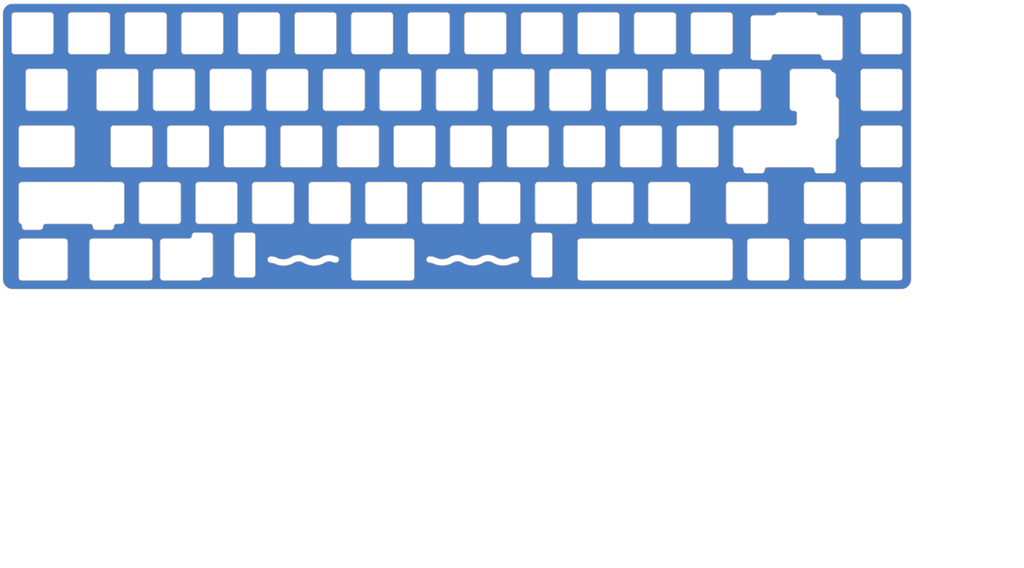
<source format=kicad_pcb>
(kicad_pcb (version 20241229) (generator "pcbnew") (generator_version "9.0")
  (layers (0 "F.Cu" signal) (2 "B.Cu" signal) (13 "F.Paste" user) (15 "B.Paste" user) (5 "F.SilkS" user) (7 "B.SilkS" user) (1 "F.Mask" user) (3 "B.Mask" user) (25 "Edge.Cuts" user))
  (net 0 "")
  (gr_arc (start 56.650558 187.5229) (mid 54.311235 186.556406) (end 53.340499 184.218841) (stroke (width 0.15)) (layer "Edge.Cuts"))
  (gr_arc (start 359.0905 184.215842) (mid 358.121885 186.554286) (end 355.783441 187.522901) (stroke (width 0.15)) (layer "Edge.Cuts"))
  (gr_arc (start 355.783441 91.3229) (mid 358.121885 92.291515) (end 359.0905 94.629959) (stroke (width 0.15)) (layer "Edge.Cuts"))
  (gr_line (start 355.783441 187.522901) (end 56.650558 187.5229) (stroke (width 0.15)) (layer "Edge.Cuts"))
  (gr_line (start 56.647558 91.3229) (end 355.783441 91.3229) (stroke (width 0.15)) (layer "Edge.Cuts"))
  (gr_line (start 246.553 152.4729) (end 246.553 164.472901) (stroke (width 0.2)) (layer "Edge.Cuts"))
  (gr_line (start 228.7905 94.3229) (end 240.7905 94.3229) (stroke (width 0.2)) (layer "Edge.Cuts"))
  (gr_arc (start 309.84675 151.4729) (mid 310.553857 151.765793) (end 310.84675 152.4729) (stroke (width 0.2)) (layer "Edge.Cuts"))
  (gr_line (start 61.102999 114.372901) (end 61.102999 126.372901) (stroke (width 0.2)) (layer "Edge.Cuts"))
  (gr_arc (start 331.277999 113.372902) (mid 331.809903 113.526097) (end 332.178837 113.938745) (stroke (width 0.2)) (layer "Edge.Cuts"))
  (gr_line (start 175.403 152.4729) (end 175.403 164.472901) (stroke (width 0.2)) (layer "Edge.Cuts"))
  (gr_arc (start 297.84675 165.472901) (mid 297.139643 165.180008) (end 296.84675 164.472901) (stroke (width 0.2)) (layer "Edge.Cuts"))
  (gr_line (start 103.678 133.422901) (end 103.678 145.422901) (stroke (width 0.2)) (layer "Edge.Cuts"))
  (gr_arc (start 307.4655 113.372901) (mid 308.172607 113.665794) (end 308.4655 114.372901) (stroke (width 0.2)) (layer "Edge.Cuts"))
  (gr_line (start 141.778 133.422901) (end 141.778 145.422901) (stroke (width 0.2)) (layer "Edge.Cuts"))
  (gr_arc (start 131.28425 169.522901) (mid 131.577143 168.815794) (end 132.28425 168.522901) (stroke (width 0.2)) (layer "Edge.Cuts"))
  (gr_line (start 100.203 151.472901) (end 112.203 151.472901) (stroke (width 0.2)) (layer "Edge.Cuts"))
  (gr_arc (start 342.0905 114.372901) (mid 342.383393 113.665794) (end 343.0905 113.372901) (stroke (width 0.2)) (layer "Edge.Cuts"))
  (gr_arc (start 257.3655 127.372901) (mid 256.658393 127.080008) (end 256.3655 126.372901) (stroke (width 0.2)) (layer "Edge.Cuts"))
  (gr_arc (start 209.7405 108.322901) (mid 209.033393 108.030008) (end 208.7405 107.322901) (stroke (width 0.2)) (layer "Edge.Cuts"))
  (gr_arc (start 165.878 133.422901) (mid 166.170893 132.715794) (end 166.878 132.422901) (stroke (width 0.2)) (layer "Edge.Cuts"))
  (gr_arc (start 343.0905 108.322901) (mid 342.383393 108.030008) (end 342.0905 107.322901) (stroke (width 0.2)) (layer "Edge.Cuts"))
  (gr_line (start 123.9905 182.522901) (end 123.9905 169.522901) (stroke (width 0.2)) (layer "Edge.Cuts"))
  (gr_arc (start 334.65925 135.897901) (mid 334.525275 136.397901) (end 334.15925 136.763926) (stroke (width 0.2)) (layer "Edge.Cuts"))
  (gr_line (start 300.228 132.422901) (end 319.65925 132.422901) (stroke (width 0.2)) (layer "Edge.Cuts"))
  (gr_arc (start 270.653 152.4729) (mid 270.945893 151.765793) (end 271.653 151.4729) (stroke (width 0.2)) (layer "Edge.Cuts"))
  (gr_arc (start 325.57225 146.422901) (mid 326.279357 146.715794) (end 326.57225 147.422901) (stroke (width 0.2)) (layer "Edge.Cuts"))
  (gr_arc (start 251.3155 126.372901) (mid 251.022607 127.080008) (end 250.3155 127.372901) (stroke (width 0.2)) (layer "Edge.Cuts"))
  (gr_arc (start 232.28425 183.522901) (mid 231.577143 183.230008) (end 231.28425 182.522901) (stroke (width 0.2)) (layer "Edge.Cuts"))
  (gr_line (start 208.924169 176.741596) (end 209.017135 176.795894) (stroke (width 0.2)) (layer "Edge.Cuts"))
  (gr_arc (start 214.153535 176.741596) (mid 216.675252 176.059112) (end 219.196969 176.741596) (stroke (width 0.2)) (layer "Edge.Cuts"))
  (gr_line (start 342.0905 171.522901) (end 342.0905 183.522901) (stroke (width 0.2)) (layer "Edge.Cuts"))
  (gr_arc (start 319.277999 127.372901) (mid 318.570892 127.080008) (end 318.277999 126.372901) (stroke (width 0.2)) (layer "Edge.Cuts"))
  (gr_arc (start 74.103 113.372901) (mid 74.810107 113.665794) (end 75.103 114.372901) (stroke (width 0.2)) (layer "Edge.Cuts"))
  (gr_arc (start 150.302999 151.4729) (mid 151.010106 151.765793) (end 151.302999 152.4729) (stroke (width 0.2)) (layer "Edge.Cuts"))
  (gr_arc (start 122.9905 168.522901) (mid 123.697607 168.815794) (end 123.9905 169.522901) (stroke (width 0.2)) (layer "Edge.Cuts"))
  (gr_line (start 113.203 152.4729) (end 113.203 164.472901) (stroke (width 0.2)) (layer "Edge.Cuts"))
  (gr_line (start 84.9155 114.372901) (end 84.9155 126.372901) (stroke (width 0.2)) (layer "Edge.Cuts"))
  (gr_arc (start 288.4155 113.372901) (mid 289.122607 113.665794) (end 289.4155 114.372901) (stroke (width 0.2)) (layer "Edge.Cuts"))
  (gr_arc (start 85.9155 127.372901) (mid 85.208393 127.080008) (end 84.9155 126.372901) (stroke (width 0.2)) (layer "Edge.Cuts"))
  (gr_line (start 143.0655 113.372901) (end 155.0655 113.372901) (stroke (width 0.2)) (layer "Edge.Cuts"))
  (gr_arc (start 58.72175 133.422901) (mid 59.014643 132.715794) (end 59.72175 132.422901) (stroke (width 0.2)) (layer "Edge.Cuts"))
  (gr_line (start 312.0775 109.322901) (end 312.0775 109.322901) (stroke (width 0.2)) (layer "Edge.Cuts"))
  (gr_line (start 151.332341 178.556818) (end 151.425307 178.50252) (stroke (width 0.2)) (layer "Edge.Cuts"))
  (gr_arc (start 238.28425 182.522901) (mid 237.991357 183.230008) (end 237.28425 183.522901) (stroke (width 0.2)) (layer "Edge.Cuts"))
  (gr_arc (start 342.0905 95.3229) (mid 342.383393 94.615793) (end 343.0905 94.3229) (stroke (width 0.2)) (layer "Edge.Cuts"))
  (gr_line (start 108.4405 95.3229) (end 108.4405 107.322901) (stroke (width 0.2)) (layer "Edge.Cuts"))
  (gr_arc (start 332.869462 114.482245) (mid 332.461244 114.290429) (end 332.178837 113.938745) (stroke (width 0.2)) (layer "Edge.Cuts"))
  (gr_arc (start 196.91719 178.519927) (mid 196.260404 178.202217) (end 195.99425 177.522901) (stroke (width 0.2)) (layer "Edge.Cuts"))
  (gr_line (start 152.5905 108.3229) (end 164.5905 108.3229) (stroke (width 0.2)) (layer "Edge.Cuts"))
  (gr_arc (start 232.2655 126.372901) (mid 231.972607 127.080008) (end 231.2655 127.372901) (stroke (width 0.2)) (layer "Edge.Cuts"))
  (gr_arc (start 165.61216 176.547776) (mid 166.172056 176.899065) (end 166.3905 177.522901) (stroke (width 0.2)) (layer "Edge.Cuts"))
  (gr_line (start 214.503 151.472901) (end 226.503 151.472901) (stroke (width 0.2)) (layer "Edge.Cuts"))
  (gr_arc (start 297.9405 94.3229) (mid 298.647607 94.615793) (end 298.9405 95.3229) (stroke (width 0.2)) (layer "Edge.Cuts"))
  (gr_line (start 160.828 133.422901) (end 160.828 145.422901) (stroke (width 0.2)) (layer "Edge.Cuts"))
  (gr_line (start 275.4155 114.372901) (end 275.4155 126.372901) (stroke (width 0.2)) (layer "Edge.Cuts"))
  (gr_arc (start 59.72175 184.522901) (mid 59.014643 184.230008) (end 58.72175 183.522901) (stroke (width 0.2)) (layer "Edge.Cuts"))
  (gr_line (start 190.6905 94.3229) (end 202.6905 94.3229) (stroke (width 0.2)) (layer "Edge.Cuts"))
  (gr_line (start 195.453 151.472901) (end 207.453 151.472901) (stroke (width 0.2)) (layer "Edge.Cuts"))
  (gr_arc (start 208.7405 95.3229) (mid 209.033393 94.615793) (end 209.7405 94.3229) (stroke (width 0.2)) (layer "Edge.Cuts"))
  (gr_line (start 251.603 152.4729) (end 251.603 164.472901) (stroke (width 0.2)) (layer "Edge.Cuts"))
  (gr_arc (start 327.9535 108.322901) (mid 328.660607 108.615794) (end 328.9535 109.322901) (stroke (width 0.2)) (layer "Edge.Cuts"))
  (gr_line (start 138.303 165.4729) (end 150.302999 165.4729) (stroke (width 0.2)) (layer "Edge.Cuts"))
  (gr_line (start 119.253 165.4729) (end 131.253 165.4729) (stroke (width 0.2)) (layer "Edge.Cuts"))
  (gr_arc (start 295.4655 127.372901) (mid 294.758393 127.080008) (end 294.4655 126.372901) (stroke (width 0.2)) (layer "Edge.Cuts"))
  (gr_arc (start 215.162221 178.468602) (mid 216.675252 178.059111) (end 218.188282 178.468602) (stroke (width 0.2)) (layer "Edge.Cuts"))
  (gr_line (start 137.0155 114.372901) (end 137.0155 126.372901) (stroke (width 0.2)) (layer "Edge.Cuts"))
  (gr_line (start 326.57225 147.422901) (end 326.57225 147.422901) (stroke (width 0.2)) (layer "Edge.Cuts"))
  (gr_arc (start 271.653 165.472901) (mid 270.945893 165.180008) (end 270.653 164.472901) (stroke (width 0.2)) (layer "Edge.Cuts"))
  (gr_arc (start 343.0905 127.372901) (mid 342.383393 127.080008) (end 342.0905 126.372901) (stroke (width 0.2)) (layer "Edge.Cuts"))
  (gr_line (start 323.0405 152.4729) (end 323.0405 164.472901) (stroke (width 0.2)) (layer "Edge.Cuts"))
  (gr_line (start 109.728 132.422901) (end 121.728 132.422901) (stroke (width 0.2)) (layer "Edge.Cuts"))
  (gr_line (start 195.99425 177.522901) (end 195.99425 177.522901) (stroke (width 0.2)) (layer "Edge.Cuts"))
  (gr_arc (start 274.128 132.422901) (mid 274.835107 132.715794) (end 275.128 133.422901) (stroke (width 0.2)) (layer "Edge.Cuts"))
  (gr_arc (start 313.649474 94.8229) (mid 313.283449 95.188925) (end 312.783449 95.3229) (stroke (width 0.2)) (layer "Edge.Cuts"))
  (gr_arc (start 94.153 164.472901) (mid 93.860107 165.180008) (end 93.153 165.472901) (stroke (width 0.2)) (layer "Edge.Cuts"))
  (gr_arc (start 132.28425 183.522901) (mid 131.577143 183.230008) (end 131.28425 182.522901) (stroke (width 0.2)) (layer "Edge.Cuts"))
  (gr_arc (start 356.0905 145.422901) (mid 355.797607 146.130008) (end 355.0905 146.422901) (stroke (width 0.2)) (layer "Edge.Cuts"))
  (gr_arc (start 189.403 164.472901) (mid 189.110107 165.180008) (end 188.403 165.472901) (stroke (width 0.2)) (layer "Edge.Cuts"))
  (gr_line (start 90.68475 166.472901) (end 90.68475 166.472901) (stroke (width 0.2)) (layer "Edge.Cuts"))
  (gr_line (start 329.9535 110.322901) (end 334.9535 110.322901) (stroke (width 0.2)) (layer "Edge.Cuts"))
  (gr_arc (start 160.596454 176.829812) (mid 158.074737 177.512296) (end 155.55302 176.829812) (stroke (width 0.2)) (layer "Edge.Cuts"))
  (gr_arc (start 304.9905 184.522901) (mid 304.283393 184.230008) (end 303.9905 183.522901) (stroke (width 0.2)) (layer "Edge.Cuts"))
  (gr_line (start 82.53425 171.522901) (end 82.53425 183.522901) (stroke (width 0.2)) (layer "Edge.Cuts"))
  (gr_line (start 224.028 132.422901) (end 236.028 132.422901) (stroke (width 0.2)) (layer "Edge.Cuts"))
  (gr_arc (start 227.503 164.472901) (mid 227.210107 165.180008) (end 226.503 165.472901) (stroke (width 0.2)) (layer "Edge.Cuts"))
  (gr_arc (start 296.84675 152.4729) (mid 297.139643 151.765793) (end 297.84675 151.4729) (stroke (width 0.2)) (layer "Edge.Cuts"))
  (gr_line (start 195.453 165.4729) (end 207.453 165.4729) (stroke (width 0.2)) (layer "Edge.Cuts"))
  (gr_arc (start 142.0655 114.372901) (mid 142.358393 113.665794) (end 143.0655 113.372901) (stroke (width 0.2)) (layer "Edge.Cuts"))
  (gr_arc (start 161.605141 178.556818) (mid 158.074737 179.512296) (end 154.544333 178.556818) (stroke (width 0.2)) (layer "Edge.Cuts"))
  (gr_arc (start 89.678 133.422901) (mid 89.970893 132.715794) (end 90.678 132.422901) (stroke (width 0.2)) (layer "Edge.Cuts"))
  (gr_line (start 133.5405 108.3229) (end 145.5405 108.3229) (stroke (width 0.2)) (layer "Edge.Cuts"))
  (gr_arc (start 150.323654 176.829812) (mid 147.961043 177.509764) (end 145.559965 176.981475) (stroke (width 0.2)) (layer "Edge.Cuts"))
  (gr_arc (start 355.0905 132.422901) (mid 355.797607 132.715794) (end 356.0905 133.422901) (stroke (width 0.2)) (layer "Edge.Cuts"))
  (gr_line (start 142.530135 177.556818) (end 142.530135 177.556818) (stroke (width 0.2)) (layer "Edge.Cuts"))
  (gr_arc (start 334.15925 123.031876) (mid 334.525275 123.397901) (end 334.65925 123.897901) (stroke (width 0.2)) (layer "Edge.Cuts"))
  (gr_arc (start 170.353 164.472901) (mid 170.060107 165.180008) (end 169.353 165.472901) (stroke (width 0.2)) (layer "Edge.Cuts"))
  (gr_arc (start 223.028 133.422901) (mid 223.320893 132.715794) (end 224.028 132.422901) (stroke (width 0.2)) (layer "Edge.Cuts"))
  (gr_arc (start 157.353 165.472901) (mid 156.645893 165.180008) (end 156.353 164.472901) (stroke (width 0.2)) (layer "Edge.Cuts"))
  (gr_arc (start 246.553 164.472901) (mid 246.260107 165.180008) (end 245.553 165.472901) (stroke (width 0.2)) (layer "Edge.Cuts"))
  (gr_line (start 238.3155 127.372901) (end 250.3155 127.372901) (stroke (width 0.2)) (layer "Edge.Cuts"))
  (gr_arc (start 159.828 132.422901) (mid 160.535107 132.715794) (end 160.828 133.422901) (stroke (width 0.2)) (layer "Edge.Cuts"))
  (gr_arc (start 195.99425 177.522901) (mid 196.287143 176.815794) (end 196.99425 176.522901) (stroke (width 0.2)) (layer "Edge.Cuts"))
  (gr_arc (start 60.808749 167.472901) (mid 60.101642 167.180008) (end 59.808749 166.472901) (stroke (width 0.2)) (layer "Edge.Cuts"))
  (gr_arc (start 256.078 145.422901) (mid 255.785107 146.130008) (end 255.078 146.422901) (stroke (width 0.2)) (layer "Edge.Cuts"))
  (gr_arc (start 190.78425 170.522901) (mid 191.491357 170.815794) (end 191.78425 171.522901) (stroke (width 0.2)) (layer "Edge.Cuts"))
  (gr_line (start 107.34675 170.522901) (end 115.9905 170.522901) (stroke (width 0.2)) (layer "Edge.Cuts"))
  (gr_arc (start 300.228 146.422901) (mid 299.520893 146.130008) (end 299.228 145.422901) (stroke (width 0.2)) (layer "Edge.Cuts"))
  (gr_line (start 219.196969 176.741596) (end 219.289935 176.795894) (stroke (width 0.2)) (layer "Edge.Cuts"))
  (gr_line (start 232.553 152.4729) (end 232.553 164.472901) (stroke (width 0.2)) (layer "Edge.Cuts"))
  (gr_line (start 166.878 146.422901) (end 178.878 146.422901) (stroke (width 0.2)) (layer "Edge.Cuts"))
  (gr_arc (start 312.077499 109.322901) (mid 312.370393 108.615794) (end 313.0775 108.3229) (stroke (width 0.2)) (layer "Edge.Cuts"))
  (gr_line (start 89.3905 95.3229) (end 89.3905 107.322901) (stroke (width 0.2)) (layer "Edge.Cuts"))
  (gr_arc (start 245.553 151.4729) (mid 246.260107 151.765793) (end 246.553 152.4729) (stroke (width 0.2)) (layer "Edge.Cuts"))
  (gr_line (start 343.0905 170.522901) (end 355.0905 170.522901) (stroke (width 0.2)) (layer "Edge.Cuts"))
  (gr_arc (start 343.0905 184.522901) (mid 342.383393 184.230008) (end 342.0905 183.522901) (stroke (width 0.2)) (layer "Edge.Cuts"))
  (gr_arc (start 184.928 133.422901) (mid 185.220893 132.715794) (end 185.928 132.422901) (stroke (width 0.2)) (layer "Edge.Cuts"))
  (gr_arc (start 113.203 164.472901) (mid 112.910107 165.180008) (end 112.203 165.472901) (stroke (width 0.2)) (layer "Edge.Cuts"))
  (gr_arc (start 283.653 151.4729) (mid 284.360107 151.765793) (end 284.653 152.4729) (stroke (width 0.2)) (layer "Edge.Cuts"))
  (gr_arc (start 270.3655 126.372901) (mid 270.072607 127.080008) (end 269.3655 127.372901) (stroke (width 0.2)) (layer "Edge.Cuts"))
  (gr_arc (start 227.7905 95.3229) (mid 228.083393 94.615793) (end 228.7905 94.3229) (stroke (width 0.2)) (layer "Edge.Cuts"))
  (gr_arc (start 89.390499 107.322901) (mid 89.097606 108.030007) (end 88.3905 108.3229) (stroke (width 0.2)) (layer "Edge.Cuts"))
  (gr_line (start 223.028 133.422901) (end 223.028 145.422901) (stroke (width 0.2)) (layer "Edge.Cuts"))
  (gr_line (start 175.1155 114.372901) (end 175.1155 126.372901) (stroke (width 0.2)) (layer "Edge.Cuts"))
  (gr_arc (start 147.828 146.422901) (mid 147.120893 146.130008) (end 146.828 145.422901) (stroke (width 0.2)) (layer "Edge.Cuts"))
  (gr_line (start 95.4405 108.3229) (end 107.4405 108.3229) (stroke (width 0.2)) (layer "Edge.Cuts"))
  (gr_line (start 299.228 133.422901) (end 299.228 145.422901) (stroke (width 0.2)) (layer "Edge.Cuts"))
  (gr_arc (start 120.212775 184.022901) (mid 119.84675 184.388926) (end 119.34675 184.522901) (stroke (width 0.2)) (layer "Edge.Cuts"))
  (gr_arc (start 336.0405 170.522901) (mid 336.747607 170.815794) (end 337.0405 171.522901) (stroke (width 0.2)) (layer "Edge.Cuts"))
  (gr_arc (start 202.6905 94.3229) (mid 203.397607 94.615793) (end 203.6905 95.3229) (stroke (width 0.2)) (layer "Edge.Cuts"))
  (gr_line (start 59.72175 184.522901) (end 74.103 184.522901) (stroke (width 0.2)) (layer "Edge.Cuts"))
  (gr_line (start 204.978 132.422901) (end 216.978 132.422901) (stroke (width 0.2)) (layer "Edge.Cuts"))
  (gr_line (start 333.65925 115.459901) (end 333.65925 122.16585) (stroke (width 0.2)) (layer "Edge.Cuts"))
  (gr_arc (start 335.9535 109.322901) (mid 335.660607 110.030008) (end 334.9535 110.322901) (stroke (width 0.2)) (layer "Edge.Cuts"))
  (gr_arc (start 150.41662 176.775514) (mid 152.938337 176.09303) (end 155.460054 176.775514) (stroke (width 0.2)) (layer "Edge.Cuts"))
  (gr_line (start 359.0905 94.629959) (end 359.0905 184.215842) (stroke (width 0.15)) (layer "Edge.Cuts"))
  (gr_line (start 199.2155 114.372901) (end 199.2155 126.372901) (stroke (width 0.2)) (layer "Edge.Cuts"))
  (gr_arc (start 136.0155 113.372901) (mid 136.722607 113.665794) (end 137.0155 114.372901) (stroke (width 0.2)) (layer "Edge.Cuts"))
  (gr_arc (start 320.65925 131.422901) (mid 320.366357 132.130008) (end 319.65925 132.422901) (stroke (width 0.2)) (layer "Edge.Cuts"))
  (gr_arc (start 356.0905 183.522901) (mid 355.797607 184.230008) (end 355.0905 184.522901) (stroke (width 0.2)) (layer "Edge.Cuts"))
  (gr_line (start 176.403 151.472901) (end 188.403 151.472901) (stroke (width 0.2)) (layer "Edge.Cuts"))
  (gr_line (start 185.928 132.422901) (end 197.928 132.422901) (stroke (width 0.2)) (layer "Edge.Cuts"))
  (gr_arc (start 184.640498 107.322901) (mid 184.347605 108.030007) (end 183.640499 108.3229) (stroke (width 0.2)) (layer "Edge.Cuts"))
  (gr_line (start 75.3905 95.3229) (end 75.3905 107.322901) (stroke (width 0.2)) (layer "Edge.Cuts"))
  (gr_line (start 356.0905 152.4729) (end 356.0905 164.472901) (stroke (width 0.2)) (layer "Edge.Cuts"))
  (gr_arc (start 97.9155 113.372901) (mid 98.622607 113.665794) (end 98.9155 114.372901) (stroke (width 0.2)) (layer "Edge.Cuts"))
  (gr_line (start 58.72175 152.4729) (end 58.72175 164.472901) (stroke (width 0.2)) (layer "Edge.Cuts"))
  (gr_arc (start 203.978 133.422901) (mid 204.270893 132.715794) (end 204.978 132.422901) (stroke (width 0.2)) (layer "Edge.Cuts"))
  (gr_arc (start 162.1155 127.372901) (mid 161.408393 127.080008) (end 161.1155 126.372901) (stroke (width 0.2)) (layer "Edge.Cuts"))
  (gr_arc (start 119.253 165.472901) (mid 118.545893 165.180008) (end 118.253 164.472901) (stroke (width 0.2)) (layer "Edge.Cuts"))
  (gr_arc (start 113.490499 95.3229) (mid 113.783392 94.615793) (end 114.490499 94.3229) (stroke (width 0.2)) (layer "Edge.Cuts"))
  (gr_line (start 233.553 151.472901) (end 245.553 151.472901) (stroke (width 0.2)) (layer "Edge.Cuts"))
  (gr_line (start 217.978 133.422901) (end 217.978 145.422901) (stroke (width 0.2)) (layer "Edge.Cuts"))
  (gr_line (start 154.451367 178.50252) (end 154.544333 178.556818) (stroke (width 0.2)) (layer "Edge.Cuts"))
  (gr_line (start 118.253 152.4729) (end 118.253 164.472901) (stroke (width 0.2)) (layer "Edge.Cuts"))
  (gr_line (start 227.08129 177.522901) (end 227.08129 177.522901) (stroke (width 0.2)) (layer "Edge.Cuts"))
  (gr_arc (start 126.4905 94.3229) (mid 127.197607 94.615793) (end 127.4905 95.3229) (stroke (width 0.2)) (layer "Edge.Cuts"))
  (gr_arc (start 305.0775 96.322901) (mid 305.370393 95.615794) (end 306.0775 95.322901) (stroke (width 0.2)) (layer "Edge.Cuts"))
  (gr_line (start 60.808749 167.4729) (end 65.80875 167.4729) (stroke (width 0.2)) (layer "Edge.Cuts"))
  (gr_arc (start 204.796456 178.522901) (mid 201.69657 179.465127) (end 198.504456 178.910609) (stroke (width 0.2)) (layer "Edge.Cuts"))
  (gr_line (start 76.3905 108.3229) (end 88.3905 108.3229) (stroke (width 0.2)) (layer "Edge.Cuts"))
  (gr_line (start 237.28425 183.522901) (end 232.28425 183.522901) (stroke (width 0.2)) (layer "Edge.Cuts"))
  (gr_arc (start 284.9405 95.3229) (mid 285.233393 94.615793) (end 285.9405 94.3229) (stroke (width 0.2)) (layer "Edge.Cuts"))
  (gr_line (start 213.2155 114.372901) (end 213.2155 126.372901) (stroke (width 0.2)) (layer "Edge.Cuts"))
  (gr_line (start 138.28425 182.522901) (end 138.28425 169.522901) (stroke (width 0.2)) (layer "Edge.Cuts"))
  (gr_line (start 66.80875 166.472901) (end 66.80875 166.472901) (stroke (width 0.2)) (layer "Edge.Cuts"))
  (gr_arc (start 155.0655 113.372901) (mid 155.772607 113.665794) (end 156.0655 114.372901) (stroke (width 0.2)) (layer "Edge.Cuts"))
  (gr_arc (start 194.1655 126.372901) (mid 193.872607 127.080008) (end 193.1655 127.372901) (stroke (width 0.2)) (layer "Edge.Cuts"))
  (gr_arc (start 90.68475 166.472901) (mid 90.391857 167.180008) (end 89.68475 167.472901) (stroke (width 0.2)) (layer "Edge.Cuts"))
  (gr_arc (start 77.48425 145.422901) (mid 77.191357 146.130008) (end 76.48425 146.422901) (stroke (width 0.2)) (layer "Edge.Cuts"))
  (gr_arc (start 219.2655 127.372901) (mid 218.558393 127.080008) (end 218.2655 126.372901) (stroke (width 0.2)) (layer "Edge.Cuts"))
  (gr_arc (start 137.303 152.4729) (mid 137.595893 151.765793) (end 138.303 151.4729) (stroke (width 0.2)) (layer "Edge.Cuts"))
  (gr_line (start 334.65925 123.897901) (end 334.65925 135.897901) (stroke (width 0.2)) (layer "Edge.Cuts"))
  (gr_line (start 138.303 151.472901) (end 150.302999 151.472901) (stroke (width 0.2)) (layer "Edge.Cuts"))
  (gr_line (start 83.68475 166.472901) (end 83.68475 166.472901) (stroke (width 0.2)) (layer "Edge.Cuts"))
  (gr_arc (start 171.6405 184.522901) (mid 170.933393 184.230008) (end 170.6405 183.522901) (stroke (width 0.2)) (layer "Edge.Cuts"))
  (gr_line (start 98.9155 114.372901) (end 98.9155 126.372901) (stroke (width 0.2)) (layer "Edge.Cuts"))
  (gr_arc (start 275.4155 114.372901) (mid 275.708393 113.665794) (end 276.4155 113.372901) (stroke (width 0.2)) (layer "Edge.Cuts"))
  (gr_arc (start 204.889421 178.468602) (mid 206.402452 178.059111) (end 207.915482 178.468602) (stroke (width 0.2)) (layer "Edge.Cuts"))
  (gr_arc (start 309.69625 147.422901) (mid 309.989143 146.715794) (end 310.69625 146.422901) (stroke (width 0.2)) (layer "Edge.Cuts"))
  (gr_arc (start 114.490499 108.322901) (mid 113.783392 108.030008) (end 113.490499 107.322901) (stroke (width 0.2)) (layer "Edge.Cuts"))
  (gr_arc (start 151.5905 95.3229) (mid 151.883393 94.615793) (end 152.5905 94.3229) (stroke (width 0.2)) (layer "Edge.Cuts"))
  (gr_line (start 95.4405 94.3229) (end 107.4405 94.3229) (stroke (width 0.2)) (layer "Edge.Cuts"))
  (gr_arc (start 140.778 132.422901) (mid 141.485107 132.715794) (end 141.778 133.422901) (stroke (width 0.2)) (layer "Edge.Cuts"))
  (gr_arc (start 356.0905 164.472901) (mid 355.797607 165.180008) (end 355.0905 165.472901) (stroke (width 0.2)) (layer "Edge.Cuts"))
  (gr_line (start 113.4905 95.3229) (end 113.4905 107.322901) (stroke (width 0.2)) (layer "Edge.Cuts"))
  (gr_arc (start 323.0405 152.4729) (mid 323.333393 151.765793) (end 324.0405 151.4729) (stroke (width 0.2)) (layer "Edge.Cuts"))
  (gr_arc (start 246.8405 171.522901) (mid 247.133393 170.815794) (end 247.8405 170.522901) (stroke (width 0.2)) (layer "Edge.Cuts"))
  (gr_arc (start 356.090499 107.322901) (mid 355.797606 108.030007) (end 355.0905 108.3229) (stroke (width 0.2)) (layer "Edge.Cuts"))
  (gr_arc (start 224.028 146.422901) (mid 223.320893 146.130008) (end 223.028 145.422901) (stroke (width 0.2)) (layer "Edge.Cuts"))
  (gr_arc (start 214.503 165.472901) (mid 213.795893 165.180008) (end 213.503 164.472901) (stroke (width 0.2)) (layer "Edge.Cuts"))
  (gr_line (start 284.9405 95.3229) (end 284.9405 107.322901) (stroke (width 0.2)) (layer "Edge.Cuts"))
  (gr_arc (start 59.72175 146.422901) (mid 59.014643 146.130008) (end 58.72175 145.422901) (stroke (width 0.2)) (layer "Edge.Cuts"))
  (gr_arc (start 261.128 133.422901) (mid 261.420893 132.715794) (end 262.128 132.422901) (stroke (width 0.2)) (layer "Edge.Cuts"))
  (gr_arc (start 207.453 151.4729) (mid 208.160107 151.765793) (end 208.453 152.4729) (stroke (width 0.2)) (layer "Edge.Cuts"))
  (gr_line (start 137.28425 183.522901) (end 132.28425 183.522901) (stroke (width 0.2)) (layer "Edge.Cuts"))
  (gr_line (start 356.0905 133.422901) (end 356.0905 145.422901) (stroke (width 0.2)) (layer "Edge.Cuts"))
  (gr_arc (start 142.530135 177.556818) (mid 142.823028 176.849711) (end 143.530135 176.556818) (stroke (width 0.2)) (layer "Edge.Cuts"))
  (gr_line (start 280.178 133.422901) (end 280.178 145.422901) (stroke (width 0.2)) (layer "Edge.Cuts"))
  (gr_arc (start 137.28425 168.522901) (mid 137.991357 168.815794) (end 138.28425 169.522901) (stroke (width 0.2)) (layer "Edge.Cuts"))
  (gr_arc (start 212.2155 113.372901) (mid 212.922607 113.665794) (end 213.2155 114.372901) (stroke (width 0.2)) (layer "Edge.Cuts"))
  (gr_arc (start 194.453 152.4729) (mid 194.745893 151.765793) (end 195.453 151.4729) (stroke (width 0.2)) (layer "Edge.Cuts"))
  (gr_line (start 219.2655 127.372901) (end 231.2655 127.372901) (stroke (width 0.2)) (layer "Edge.Cuts"))
  (gr_line (start 262.128 132.422901) (end 274.128 132.422901) (stroke (width 0.2)) (layer "Edge.Cuts"))
  (gr_arc (start 151.425306 178.50252) (mid 152.938337 178.093029) (end 154.451367 178.50252) (stroke (width 0.2)) (layer "Edge.Cuts"))
  (gr_arc (start 103.9655 114.372901) (mid 104.258393 113.665794) (end 104.9655 113.372901) (stroke (width 0.2)) (layer "Edge.Cuts"))
  (gr_arc (start 240.7905 94.3229) (mid 241.497607 94.615793) (end 241.7905 95.3229) (stroke (width 0.2)) (layer "Edge.Cuts"))
  (gr_line (start 123.0155 114.372901) (end 123.0155 126.372901) (stroke (width 0.2)) (layer "Edge.Cuts"))
  (gr_line (start 146.828 133.422901) (end 146.828 145.422901) (stroke (width 0.2)) (layer "Edge.Cuts"))
  (gr_arc (start 285.9405 108.322901) (mid 285.233393 108.030008) (end 284.9405 107.322901) (stroke (width 0.2)) (layer "Edge.Cuts"))
  (gr_arc (start 166.3905 177.522901) (mid 166.05226 178.272616) (end 165.266353 178.515164) (stroke (width 0.2)) (layer "Edge.Cuts"))
  (gr_line (start 241.7905 95.3229) (end 241.7905 107.322901) (stroke (width 0.2)) (layer "Edge.Cuts"))
  (gr_arc (start 102.678 170.522901) (mid 103.385107 170.815794) (end 103.678 171.522901) (stroke (width 0.2)) (layer "Edge.Cuts"))
  (gr_line (start 132.5405 95.3229) (end 132.5405 107.322901) (stroke (width 0.2)) (layer "Edge.Cuts"))
  (gr_line (start 324.0405 170.522901) (end 336.0405 170.522901) (stroke (width 0.2)) (layer "Edge.Cuts"))
  (gr_arc (start 299.228 133.422901) (mid 299.520893 132.715794) (end 300.228 132.422901) (stroke (width 0.2)) (layer "Edge.Cuts"))
  (gr_line (start 251.3155 114.372901) (end 251.3155 126.372901) (stroke (width 0.2)) (layer "Edge.Cuts"))
  (gr_line (start 196.99425 176.522901) (end 197.230502 176.522901) (stroke (width 0.2)) (layer "Edge.Cuts"))
  (gr_arc (start 176.403 165.472901) (mid 175.695893 165.180008) (end 175.403 164.472901) (stroke (width 0.2)) (layer "Edge.Cuts"))
  (gr_line (start 184.640499 95.3229) (end 184.640499 107.322901) (stroke (width 0.2)) (layer "Edge.Cuts"))
  (gr_arc (start 122.728 145.422901) (mid 122.435107 146.130008) (end 121.728 146.422901) (stroke (width 0.2)) (layer "Edge.Cuts"))
  (gr_line (start 90.678 146.422901) (end 102.678 146.422901) (stroke (width 0.2)) (layer "Edge.Cuts"))
  (gr_line (start 213.503 152.4729) (end 213.503 164.472901) (stroke (width 0.2)) (layer "Edge.Cuts"))
  (gr_arc (start 324.0405 165.472901) (mid 323.333393 165.180008) (end 323.0405 164.472901) (stroke (width 0.2)) (layer "Edge.Cuts"))
  (gr_arc (start 337.0405 183.522901) (mid 336.747607 184.230008) (end 336.0405 184.522901) (stroke (width 0.2)) (layer "Edge.Cuts"))
  (gr_arc (start 56.340499 95.3229) (mid 56.633392 94.615793) (end 57.340499 94.3229) (stroke (width 0.2)) (layer "Edge.Cuts"))
  (gr_line (start 198.928 133.422901) (end 198.928 145.422901) (stroke (width 0.2)) (layer "Edge.Cuts"))
  (gr_arc (start 128.778 146.422901) (mid 128.070893 146.130008) (end 127.778 145.422901) (stroke (width 0.2)) (layer "Edge.Cuts"))
  (gr_arc (start 278.8905 94.3229) (mid 279.597607 94.615793) (end 279.8905 95.3229) (stroke (width 0.2)) (layer "Edge.Cuts"))
  (gr_arc (start 297.9405 170.522901) (mid 298.647607 170.815794) (end 298.9405 171.522901) (stroke (width 0.2)) (layer "Edge.Cuts"))
  (gr_arc (start 247.8405 184.522901) (mid 247.133393 184.230008) (end 246.8405 183.522901) (stroke (width 0.2)) (layer "Edge.Cuts"))
  (gr_line (start 189.403 152.4729) (end 189.403 164.472901) (stroke (width 0.2)) (layer "Edge.Cuts"))
  (gr_arc (start 82.68475 165.472901) (mid 83.391857 165.765794) (end 83.68475 166.472901) (stroke (width 0.2)) (layer "Edge.Cuts"))
  (gr_line (start 203.6905 95.3229) (end 203.6905 107.322901) (stroke (width 0.2)) (layer "Edge.Cuts"))
  (gr_line (start 343.0905 94.3229) (end 355.0905 94.3229) (stroke (width 0.2)) (layer "Edge.Cuts"))
  (gr_line (start 304.9905 170.522901) (end 316.9905 170.522901) (stroke (width 0.2)) (layer "Edge.Cuts"))
  (gr_arc (start 301.69625 146.422901) (mid 302.403357 146.715794) (end 302.69625 147.422901) (stroke (width 0.2)) (layer "Edge.Cuts"))
  (gr_arc (start 217.978 145.422901) (mid 217.685107 146.130008) (end 216.978 146.422901) (stroke (width 0.2)) (layer "Edge.Cuts"))
  (gr_line (start 243.078 146.422901) (end 255.078 146.422901) (stroke (width 0.2)) (layer "Edge.Cuts"))
  (gr_line (start 58.72175 133.422901) (end 58.72175 145.422901) (stroke (width 0.2)) (layer "Edge.Cuts"))
  (gr_line (start 77.48425 133.422901) (end 77.48425 145.422901) (stroke (width 0.2)) (layer "Edge.Cuts"))
  (gr_arc (start 312.0775 109.322901) (mid 311.784607 110.030008) (end 311.0775 110.322901) (stroke (width 0.2)) (layer "Edge.Cuts"))
  (gr_line (start 171.6405 170.522901) (end 190.78425 170.522901) (stroke (width 0.2)) (layer "Edge.Cuts"))
  (gr_arc (start 310.84675 164.472901) (mid 310.553857 165.180008) (end 309.84675 165.472901) (stroke (width 0.2)) (layer "Edge.Cuts"))
  (gr_line (start 176.403 165.4729) (end 188.403 165.4729) (stroke (width 0.2)) (layer "Edge.Cuts"))
  (gr_arc (start 298.9405 183.522901) (mid 298.647607 184.230008) (end 297.9405 184.522901) (stroke (width 0.2)) (layer "Edge.Cuts"))
  (gr_line (start 305.0775 96.322901) (end 305.0775 109.322901) (stroke (width 0.2)) (layer "Edge.Cuts"))
  (gr_line (start 181.1655 113.372901) (end 193.1655 113.372901) (stroke (width 0.2)) (layer "Edge.Cuts"))
  (gr_arc (start 276.4155 127.372901) (mid 275.708393 127.080008) (end 275.4155 126.372901) (stroke (width 0.2)) (layer "Edge.Cuts"))
  (gr_arc (start 203.787769 176.795894) (mid 201.425158 177.475846) (end 199.02408 176.947557) (stroke (width 0.2)) (layer "Edge.Cuts"))
  (gr_arc (start 309.69625 147.422901) (mid 309.403357 148.130008) (end 308.69625 148.422901) (stroke (width 0.2)) (layer "Edge.Cuts"))
  (gr_arc (start 233.553 165.472901) (mid 232.845893 165.180008) (end 232.553 164.472901) (stroke (width 0.2)) (layer "Edge.Cuts"))
  (gr_arc (start 70.340499 107.322901) (mid 70.047606 108.030007) (end 69.3405 108.3229) (stroke (width 0.2)) (layer "Edge.Cuts"))
  (gr_arc (start 104.9655 127.372901) (mid 104.258393 127.080008) (end 103.9655 126.372901) (stroke (width 0.2)) (layer "Edge.Cuts"))
  (gr_line (start 310.84675 152.4729) (end 310.84675 164.472901) (stroke (width 0.2)) (layer "Edge.Cuts"))
  (gr_line (start 89.678 133.422901) (end 89.678 145.422901) (stroke (width 0.2)) (layer "Edge.Cuts"))
  (gr_arc (start 333.65925 147.422901) (mid 333.366357 148.130008) (end 332.65925 148.422901) (stroke (width 0.2)) (layer "Edge.Cuts"))
  (gr_arc (start 203.690499 107.322901) (mid 203.397606 108.030007) (end 202.6905 108.3229) (stroke (width 0.2)) (layer "Edge.Cuts"))
  (gr_arc (start 199.2155 114.372901) (mid 199.508393 113.665794) (end 200.2155 113.372901) (stroke (width 0.2)) (layer "Edge.Cuts"))
  (gr_arc (start 156.0655 126.372901) (mid 155.772607 127.080008) (end 155.0655 127.372901) (stroke (width 0.2)) (layer "Edge.Cuts"))
  (gr_arc (start 161.1155 114.372901) (mid 161.408393 113.665794) (end 162.1155 113.372901) (stroke (width 0.2)) (layer "Edge.Cuts"))
  (gr_arc (start 255.078 132.422901) (mid 255.785107 132.715794) (end 256.078 133.422901) (stroke (width 0.2)) (layer "Edge.Cuts"))
  (gr_line (start 324.0405 151.472901) (end 336.0405 151.472901) (stroke (width 0.2)) (layer "Edge.Cuts"))
  (gr_line (start 156.0655 114.372901) (end 156.0655 126.372901) (stroke (width 0.2)) (layer "Edge.Cuts"))
  (gr_line (start 265.8905 95.3229) (end 265.8905 107.322901) (stroke (width 0.2)) (layer "Edge.Cuts"))
  (gr_line (start 227.7905 95.3229) (end 227.7905 107.322901) (stroke (width 0.2)) (layer "Edge.Cuts"))
  (gr_line (start 117.9655 114.372901) (end 117.9655 126.372901) (stroke (width 0.2)) (layer "Edge.Cuts"))
  (gr_arc (start 226.503 151.4729) (mid 227.210107 151.765793) (end 227.503 152.4729) (stroke (width 0.2)) (layer "Edge.Cuts"))
  (gr_arc (start 188.403 151.4729) (mid 189.110107 151.765793) (end 189.403 152.4729) (stroke (width 0.2)) (layer "Edge.Cuts"))
  (gr_arc (start 75.3905 95.3229) (mid 75.683393 94.615793) (end 76.3905 94.3229) (stroke (width 0.2)) (layer "Edge.Cuts"))
  (gr_arc (start 195.453 165.472901) (mid 194.745893 165.180008) (end 194.453 164.472901) (stroke (width 0.2)) (layer "Edge.Cuts"))
  (gr_line (start 155.460054 176.775514) (end 155.55302 176.829812) (stroke (width 0.2)) (layer "Edge.Cuts"))
  (gr_line (start 214.503 165.4729) (end 226.503 165.4729) (stroke (width 0.2)) (layer "Edge.Cuts"))
  (gr_line (start 157.353 165.4729) (end 169.353 165.4729) (stroke (width 0.2)) (layer "Edge.Cuts"))
  (gr_arc (start 165.612158 176.547777) (mid 165.093303 176.42253) (end 164.577976 176.283482) (stroke (width 0.2)) (layer "Edge.Cuts"))
  (gr_line (start 127.778 133.422901) (end 127.778 145.422901) (stroke (width 0.2)) (layer "Edge.Cuts"))
  (gr_line (start 295.4655 113.372901) (end 307.4655 113.372901) (stroke (width 0.2)) (layer "Edge.Cuts"))
  (gr_arc (start 141.778 145.422901) (mid 141.485107 146.130008) (end 140.778 146.422901) (stroke (width 0.2)) (layer "Edge.Cuts"))
  (gr_line (start 142.0655 114.372901) (end 142.0655 126.372901) (stroke (width 0.2)) (layer "Edge.Cuts"))
  (gr_line (start 190.6905 108.3229) (end 202.6905 108.3229) (stroke (width 0.2)) (layer "Edge.Cuts"))
  (gr_line (start 237.28425 168.522901) (end 232.28425 168.522901) (stroke (width 0.2)) (layer "Edge.Cuts"))
  (gr_line (start 271.653 165.4729) (end 283.653 165.4729) (stroke (width 0.2)) (layer "Edge.Cuts"))
  (gr_arc (start 265.603 164.472901) (mid 265.310107 165.180008) (end 264.603 165.472901) (stroke (width 0.2)) (layer "Edge.Cuts"))
  (gr_line (start 59.72175 132.422901) (end 76.48425 132.422901) (stroke (width 0.2)) (layer "Edge.Cuts"))
  (gr_arc (start 265.8905 95.3229) (mid 266.183393 94.615793) (end 266.8905 94.3229) (stroke (width 0.2)) (layer "Edge.Cuts"))
  (gr_line (start 214.060569 176.795894) (end 214.153535 176.741596) (stroke (width 0.2)) (layer "Edge.Cuts"))
  (gr_arc (start 256.3655 114.372901) (mid 256.658393 113.665794) (end 257.3655 113.372901) (stroke (width 0.2)) (layer "Edge.Cuts"))
  (gr_line (start 204.978 146.422901) (end 216.978 146.422901) (stroke (width 0.2)) (layer "Edge.Cuts"))
  (gr_line (start 233.553 165.4729) (end 245.553 165.4729) (stroke (width 0.2)) (layer "Edge.Cuts"))
  (gr_arc (start 127.490499 107.322901) (mid 127.197606 108.030007) (end 126.4905 108.3229) (stroke (width 0.2)) (layer "Edge.Cuts"))
  (gr_arc (start 112.203 151.4729) (mid 112.910107 151.765793) (end 113.203 152.4729) (stroke (width 0.2)) (layer "Edge.Cuts"))
  (gr_line (start 147.828 132.422901) (end 159.828 132.422901) (stroke (width 0.2)) (layer "Edge.Cuts"))
  (gr_arc (start 313.649475 94.8229) (mid 314.0155 94.456875) (end 314.5155 94.3229) (stroke (width 0.2)) (layer "Edge.Cuts"))
  (gr_line (start 289.4155 114.372901) (end 289.4155 126.372901) (stroke (width 0.2)) (layer "Edge.Cuts"))
  (gr_arc (start 214.060569 176.795894) (mid 211.538852 177.478378) (end 209.017135 176.795894) (stroke (width 0.2)) (layer "Edge.Cuts"))
  (gr_line (start 231.28425 182.522901) (end 231.28425 169.522901) (stroke (width 0.2)) (layer "Edge.Cuts"))
  (gr_arc (start 227.08129 177.522901) (mid 226.815286 178.202055) (end 226.15879 178.519893) (stroke (width 0.2)) (layer "Edge.Cuts"))
  (gr_line (start 62.103 127.372901) (end 74.103 127.372901) (stroke (width 0.2)) (layer "Edge.Cuts"))
  (gr_line (start 343.0905 165.4729) (end 355.0905 165.4729) (stroke (width 0.2)) (layer "Edge.Cuts"))
  (gr_line (start 161.698107 178.50252) (end 161.605141 178.556818) (stroke (width 0.2)) (layer "Edge.Cuts"))
  (gr_arc (start 160.68942 176.775514) (mid 162.583475 176.132582) (end 164.577976 176.283482) (stroke (width 0.2)) (layer "Edge.Cuts"))
  (gr_line (start 59.72175 146.422901) (end 76.48425 146.422901) (stroke (width 0.2)) (layer "Edge.Cuts"))
  (gr_line (start 324.0405 165.4729) (end 336.0405 165.4729) (stroke (width 0.2)) (layer "Edge.Cuts"))
  (gr_line (start 162.1155 113.372901) (end 174.1155 113.372901) (stroke (width 0.2)) (layer "Edge.Cuts"))
  (gr_line (start 342.0905 95.3229) (end 342.0905 107.322901) (stroke (width 0.2)) (layer "Edge.Cuts"))
  (gr_arc (start 224.053624 176.947557) (mid 221.652546 177.475846) (end 219.289935 176.795894) (stroke (width 0.2)) (layer "Edge.Cuts"))
  (gr_line (start 271.653 151.472901) (end 283.653 151.472901) (stroke (width 0.2)) (layer "Edge.Cuts"))
  (gr_arc (start 183.640499 94.3229) (mid 184.347606 94.615793) (end 184.640499 95.3229) (stroke (width 0.2)) (layer "Edge.Cuts"))
  (gr_arc (start 137.0155 126.372901) (mid 136.722607 127.080008) (end 136.0155 127.372901) (stroke (width 0.2)) (layer "Edge.Cuts"))
  (gr_line (start 247.8405 94.3229) (end 259.8405 94.3229) (stroke (width 0.2)) (layer "Edge.Cuts"))
  (gr_line (start 57.340499 94.3229) (end 69.3405 94.3229) (stroke (width 0.2)) (layer "Edge.Cuts"))
  (gr_line (start 170.6405 171.522901) (end 170.6405 183.522901) (stroke (width 0.2)) (layer "Edge.Cuts"))
  (gr_arc (start 231.28425 169.522901) (mid 231.577143 168.815794) (end 232.28425 168.522901) (stroke (width 0.2)) (layer "Edge.Cuts"))
  (gr_line (start 342.0905 114.372901) (end 342.0905 126.372901) (stroke (width 0.2)) (layer "Edge.Cuts"))
  (gr_line (start 266.8905 108.3229) (end 278.8905 108.3229) (stroke (width 0.2)) (layer "Edge.Cuts"))
  (gr_line (start 297.84675 151.472901) (end 309.84675 151.472901) (stroke (width 0.2)) (layer "Edge.Cuts"))
  (gr_arc (start 175.1155 126.372901) (mid 174.822607 127.080008) (end 174.1155 127.372901) (stroke (width 0.2)) (layer "Edge.Cuts"))
  (gr_line (start 59.72175 170.522901) (end 74.103 170.522901) (stroke (width 0.2)) (layer "Edge.Cuts"))
  (gr_line (start 232.2655 114.372901) (end 232.2655 126.372901) (stroke (width 0.2)) (layer "Edge.Cuts"))
  (gr_line (start 285.9405 94.3229) (end 297.9405 94.3229) (stroke (width 0.2)) (layer "Edge.Cuts"))
  (gr_line (start 108.728 133.422901) (end 108.728 145.422901) (stroke (width 0.2)) (layer "Edge.Cuts"))
  (gr_line (start 300.228 146.422901) (end 301.69625 146.422901) (stroke (width 0.2)) (layer "Edge.Cuts"))
  (gr_arc (start 82.53425 171.522901) (mid 82.827143 170.815794) (end 83.53425 170.522901) (stroke (width 0.2)) (layer "Edge.Cuts"))
  (gr_line (start 328.9535 109.322901) (end 328.9535 109.322901) (stroke (width 0.2)) (layer "Edge.Cuts"))
  (gr_arc (start 179.878 145.422901) (mid 179.585107 146.130008) (end 178.878 146.422901) (stroke (width 0.2)) (layer "Edge.Cuts"))
  (gr_line (start 302.69625 147.422901) (end 302.69625 147.422901) (stroke (width 0.2)) (layer "Edge.Cuts"))
  (gr_arc (start 169.353 151.4729) (mid 170.060107 151.765793) (end 170.353 152.4729) (stroke (width 0.2)) (layer "Edge.Cuts"))
  (gr_line (start 246.8405 171.522901) (end 246.8405 183.522901) (stroke (width 0.2)) (layer "Edge.Cuts"))
  (gr_arc (start 222.740499 107.322901) (mid 222.447606 108.030007) (end 221.7405 108.3229) (stroke (width 0.2)) (layer "Edge.Cuts"))
  (gr_arc (start 93.153 151.4729) (mid 93.860107 151.765793) (end 94.153 152.4729) (stroke (width 0.2)) (layer "Edge.Cuts"))
  (gr_arc (start 102.678 132.422901) (mid 103.385107 132.715794) (end 103.678 133.422901) (stroke (width 0.2)) (layer "Edge.Cuts"))
  (gr_arc (start 116.9905 169.522901) (mid 117.283393 168.815794) (end 117.9905 168.522901) (stroke (width 0.2)) (layer "Edge.Cuts"))
  (gr_line (start 181.1655 127.372901) (end 193.1655 127.372901) (stroke (width 0.2)) (layer "Edge.Cuts"))
  (gr_line (start 256.3655 114.372901) (end 256.3655 126.372901) (stroke (width 0.2)) (layer "Edge.Cuts"))
  (gr_arc (start 146.828 133.422901) (mid 147.120893 132.715794) (end 147.828 132.422901) (stroke (width 0.2)) (layer "Edge.Cuts"))
  (gr_arc (start 336.0405 151.4729) (mid 336.747607 151.765793) (end 337.0405 152.4729) (stroke (width 0.2)) (layer "Edge.Cuts"))
  (gr_line (start 319.65925 127.372901) (end 319.277999 127.372901) (stroke (width 0.2)) (layer "Edge.Cuts"))
  (gr_line (start 94.4405 95.3229) (end 94.4405 107.322901) (stroke (width 0.2)) (layer "Edge.Cuts"))
  (gr_arc (start 216.978 132.422901) (mid 217.685107 132.715794) (end 217.978 133.422901) (stroke (width 0.2)) (layer "Edge.Cuts"))
  (gr_line (start 76.3905 94.3229) (end 88.3905 94.3229) (stroke (width 0.2)) (layer "Edge.Cuts"))
  (gr_line (start 270.653 152.4729) (end 270.653 164.472901) (stroke (width 0.2)) (layer "Edge.Cuts"))
  (gr_arc (start 259.8405 94.3229) (mid 260.547607 94.615793) (end 260.8405 95.3229) (stroke (width 0.2)) (layer "Edge.Cuts"))
  (gr_arc (start 334.9535 95.322901) (mid 335.660607 95.615794) (end 335.9535 96.322901) (stroke (width 0.2)) (layer "Edge.Cuts"))
  (gr_arc (start 218.2655 114.372901) (mid 218.558393 113.665794) (end 219.2655 113.372901) (stroke (width 0.2)) (layer "Edge.Cuts"))
  (gr_line (start 103.9655 114.372901) (end 103.9655 126.372901) (stroke (width 0.2)) (layer "Edge.Cuts"))
  (gr_arc (start 99.203 152.4729) (mid 99.495893 151.765793) (end 100.203 151.4729) (stroke (width 0.2)) (layer "Edge.Cuts"))
  (gr_arc (start 355.0905 113.372901) (mid 355.797607 113.665794) (end 356.0905 114.372901) (stroke (width 0.2)) (layer "Edge.Cuts"))
  (gr_arc (start 329.9535 110.322901) (mid 329.246393 110.030008) (end 328.9535 109.322901) (stroke (width 0.2)) (layer "Edge.Cuts"))
  (gr_arc (start 284.653 164.472901) (mid 284.360107 165.180008) (end 283.653 165.472901) (stroke (width 0.2)) (layer "Edge.Cuts"))
  (gr_line (start 343.0905 108.3229) (end 355.0905 108.3229) (stroke (width 0.2)) (layer "Edge.Cuts"))
  (gr_line (start 152.5905 94.3229) (end 164.5905 94.3229) (stroke (width 0.2)) (layer "Edge.Cuts"))
  (gr_line (start 184.928 133.422901) (end 184.928 145.422901) (stroke (width 0.2)) (layer "Edge.Cuts"))
  (gr_arc (start 298.940499 107.322901) (mid 298.647606 108.030007) (end 297.9405 108.3229) (stroke (width 0.2)) (layer "Edge.Cuts"))
  (gr_arc (start 232.553 152.4729) (mid 232.845893 151.765793) (end 233.553 151.4729) (stroke (width 0.2)) (layer "Edge.Cuts"))
  (gr_arc (start 319.65925 127.372901) (mid 320.366357 127.665794) (end 320.65925 128.372901) (stroke (width 0.2)) (layer "Edge.Cuts"))
  (gr_line (start 260.8405 95.3229) (end 260.8405 107.322901) (stroke (width 0.2)) (layer "Edge.Cuts"))
  (gr_arc (start 238.3155 127.372901) (mid 237.608393 127.080008) (end 237.3155 126.372901) (stroke (width 0.2)) (layer "Edge.Cuts"))
  (gr_line (start 137.303 152.4729) (end 137.303 164.472901) (stroke (width 0.2)) (layer "Edge.Cuts"))
  (gr_arc (start 262.128 146.422901) (mid 261.420893 146.130008) (end 261.128 145.422901) (stroke (width 0.2)) (layer "Edge.Cuts"))
  (gr_line (start 343.0905 132.422901) (end 355.0905 132.422901) (stroke (width 0.2)) (layer "Edge.Cuts"))
  (gr_arc (start 193.1655 113.372901) (mid 193.872607 113.665794) (end 194.1655 114.372901) (stroke (width 0.2)) (layer "Edge.Cuts"))
  (gr_line (start 343.0905 146.422901) (end 355.0905 146.422901) (stroke (width 0.2)) (layer "Edge.Cuts"))
  (gr_line (start 342.0905 133.422901) (end 342.0905 145.422901) (stroke (width 0.2)) (layer "Edge.Cuts"))
  (gr_line (start 320.65925 131.422901) (end 320.65925 128.372901) (stroke (width 0.2)) (layer "Edge.Cuts"))
  (gr_arc (start 226.08129 176.522901) (mid 226.788397 176.815794) (end 227.08129 177.522901) (stroke (width 0.2)) (layer "Edge.Cuts"))
  (gr_arc (start 120.212775 184.022901) (mid 120.5788 183.656876) (end 121.0788 183.522901) (stroke (width 0.2)) (layer "Edge.Cuts"))
  (gr_arc (start 124.0155 127.372901) (mid 123.308393 127.080008) (end 123.0155 126.372901) (stroke (width 0.2)) (layer "Edge.Cuts"))
  (gr_arc (start 58.72175 152.4729) (mid 59.014643 151.765793) (end 59.72175 151.4729) (stroke (width 0.2)) (layer "Edge.Cuts"))
  (gr_arc (start 241.790499 107.322901) (mid 241.497606 108.030007) (end 240.7905 108.3229) (stroke (width 0.2)) (layer "Edge.Cuts"))
  (gr_line (start 342.0905 152.4729) (end 342.0905 164.472901) (stroke (width 0.2)) (layer "Edge.Cuts"))
  (gr_arc (start 215.069256 178.5229) (mid 211.538852 179.478378) (end 208.008448 178.5229) (stroke (width 0.2)) (layer "Edge.Cuts"))
  (gr_line (start 275.128 133.422901) (end 275.128 145.422901) (stroke (width 0.2)) (layer "Edge.Cuts"))
  (gr_arc (start 237.28425 168.522901) (mid 237.991357 168.815794) (end 238.28425 169.522901) (stroke (width 0.2)) (layer "Edge.Cuts"))
  (gr_line (start 298.9405 171.522901) (end 298.9405 183.522901) (stroke (width 0.2)) (layer "Edge.Cuts"))
  (gr_line (start 281.178 146.422901) (end 293.178 146.422901) (stroke (width 0.2)) (layer "Edge.Cuts"))
  (gr_line (start 303.69625 148.422901) (end 308.69625 148.422901) (stroke (width 0.2)) (layer "Edge.Cuts"))
  (gr_arc (start 294.4655 114.372901) (mid 294.758393 113.665794) (end 295.4655 113.372901) (stroke (width 0.2)) (layer "Edge.Cuts"))
  (gr_arc (start 203.880735 176.741596) (mid 206.402452 176.059112) (end 208.924169 176.741596) (stroke (width 0.2)) (layer "Edge.Cuts"))
  (gr_arc (start 247.8405 108.322901) (mid 247.133393 108.030008) (end 246.8405 107.322901) (stroke (width 0.2)) (layer "Edge.Cuts"))
  (gr_arc (start 138.28425 182.522901) (mid 137.991357 183.230008) (end 137.28425 183.522901) (stroke (width 0.2)) (layer "Edge.Cuts"))
  (gr_line (start 106.34675 171.522901) (end 106.34675 183.522901) (stroke (width 0.2)) (layer "Edge.Cuts"))
  (gr_arc (start 145.5405 94.3229) (mid 146.247607 94.615793) (end 146.5405 95.3229) (stroke (width 0.2)) (layer "Edge.Cuts"))
  (gr_line (start 67.80875 165.4729) (end 82.68475 165.4729) (stroke (width 0.2)) (layer "Edge.Cuts"))
  (gr_line (start 151.5905 95.3229) (end 151.5905 107.322901) (stroke (width 0.2)) (layer "Edge.Cuts"))
  (gr_line (start 247.8405 184.522901) (end 297.9405 184.522901) (stroke (width 0.2)) (layer "Edge.Cuts"))
  (gr_arc (start 175.403 152.4729) (mid 175.695893 151.765793) (end 176.403 151.4729) (stroke (width 0.2)) (layer "Edge.Cuts"))
  (gr_line (start 333.65925 147.422901) (end 333.65925 137.629951) (stroke (width 0.2)) (layer "Edge.Cuts"))
  (gr_line (start 85.9155 127.372901) (end 97.9155 127.372901) (stroke (width 0.2)) (layer "Edge.Cuts"))
  (gr_line (start 143.0655 127.372901) (end 155.0655 127.372901) (stroke (width 0.2)) (layer "Edge.Cuts"))
  (gr_line (start 147.828 146.422901) (end 159.828 146.422901) (stroke (width 0.2)) (layer "Edge.Cuts"))
  (gr_arc (start 165.590499 107.322901) (mid 165.297606 108.030007) (end 164.5905 108.3229) (stroke (width 0.2)) (layer "Edge.Cuts"))
  (gr_arc (start 170.6405 95.3229) (mid 170.933393 94.615793) (end 171.6405 94.3229) (stroke (width 0.2)) (layer "Edge.Cuts"))
  (gr_line (start 84.68475 167.4729) (end 89.68475 167.4729) (stroke (width 0.2)) (layer "Edge.Cuts"))
  (gr_line (start 128.778 146.422901) (end 140.778 146.422901) (stroke (width 0.2)) (layer "Edge.Cuts"))
  (gr_arc (start 243.078 146.422901) (mid 242.370893 146.130008) (end 242.078 145.422901) (stroke (width 0.2)) (layer "Edge.Cuts"))
  (gr_arc (start 197.928 132.422901) (mid 198.635107 132.715794) (end 198.928 133.422901) (stroke (width 0.2)) (layer "Edge.Cuts"))
  (gr_arc (start 143.453074 178.553845) (mid 144.262781 178.683881) (end 145.040341 178.944527) (stroke (width 0.2)) (layer "Edge.Cuts"))
  (gr_line (start 276.4155 127.372901) (end 288.4155 127.372901) (stroke (width 0.2)) (layer "Edge.Cuts"))
  (gr_line (start 308.4655 114.372901) (end 308.4655 126.372901) (stroke (width 0.2)) (layer "Edge.Cuts"))
  (gr_line (start 335.9535 96.322901) (end 335.9535 109.322901) (stroke (width 0.2)) (layer "Edge.Cuts"))
  (gr_line (start 337.0405 171.522901) (end 337.0405 183.522901) (stroke (width 0.2)) (layer "Edge.Cuts"))
  (gr_line (start 295.4655 127.372901) (end 307.4655 127.372901) (stroke (width 0.2)) (layer "Edge.Cuts"))
  (gr_line (start 252.603 165.4729) (end 264.603 165.4729) (stroke (width 0.2)) (layer "Edge.Cuts"))
  (gr_arc (start 66.80875 166.472901) (mid 67.101643 165.765794) (end 67.80875 165.472901) (stroke (width 0.2)) (layer "Edge.Cuts"))
  (gr_arc (start 108.440499 107.322901) (mid 108.147606 108.030007) (end 107.4405 108.3229) (stroke (width 0.2)) (layer "Edge.Cuts"))
  (gr_line (start 53.340499 184.218841) (end 53.340499 94.629959) (stroke (width 0.15)) (layer "Edge.Cuts"))
  (gr_line (start 296.84675 152.4729) (end 296.84675 164.472901) (stroke (width 0.2)) (layer "Edge.Cuts"))
  (gr_line (start 91.68475 165.4729) (end 93.153 165.4729) (stroke (width 0.2)) (layer "Edge.Cuts"))
  (gr_line (start 218.188282 178.468602) (end 218.281248 178.522901) (stroke (width 0.2)) (layer "Edge.Cuts"))
  (gr_line (start 122.9905 183.522901) (end 121.0788 183.522901) (stroke (width 0.2)) (layer "Edge.Cuts"))
  (gr_arc (start 334.15925 123.031875) (mid 333.793225 122.66585) (end 333.65925 122.16585) (stroke (width 0.2)) (layer "Edge.Cuts"))
  (gr_line (start 306.0775 110.322901) (end 311.0775 110.322901) (stroke (width 0.2)) (layer "Edge.Cuts"))
  (gr_line (start 170.353 152.4729) (end 170.353 164.472901) (stroke (width 0.2)) (layer "Edge.Cuts"))
  (gr_line (start 256.078 133.422901) (end 256.078 145.422901) (stroke (width 0.2)) (layer "Edge.Cuts"))
  (gr_line (start 137.28425 168.522901) (end 132.28425 168.522901) (stroke (width 0.2)) (layer "Edge.Cuts"))
  (gr_line (start 90.678 132.422901) (end 102.678 132.422901) (stroke (width 0.2)) (layer "Edge.Cuts"))
  (gr_line (start 128.778 132.422901) (end 140.778 132.422901) (stroke (width 0.2)) (layer "Edge.Cuts"))
  (gr_line (start 133.5405 94.3229) (end 145.5405 94.3229) (stroke (width 0.2)) (layer "Edge.Cuts"))
  (gr_line (start 306.0775 95.322901) (end 312.783449 95.3229) (stroke (width 0.2)) (layer "Edge.Cuts"))
  (gr_arc (start 62.103 127.372901) (mid 61.395893 127.080008) (end 61.103 126.372901) (stroke (width 0.2)) (layer "Edge.Cuts"))
  (gr_line (start 334.9535 95.322901) (end 328.24755 95.3229) (stroke (width 0.2)) (layer "Edge.Cuts"))
  (gr_arc (start 165.266353 178.515164) (mid 164.733728 178.419003) (end 164.214617 178.265835) (stroke (width 0.2)) (layer "Edge.Cuts"))
  (gr_line (start 238.28425 182.522901) (end 238.28425 169.522901) (stroke (width 0.2)) (layer "Edge.Cuts"))
  (gr_line (start 284.653 152.4729) (end 284.653 164.472901) (stroke (width 0.2)) (layer "Edge.Cuts"))
  (gr_arc (start 275.128 145.422901) (mid 274.835107 146.130008) (end 274.128 146.422901) (stroke (width 0.2)) (layer "Edge.Cuts"))
  (gr_line (start 170.6405 95.3229) (end 170.6405 107.322901) (stroke (width 0.2)) (layer "Edge.Cuts"))
  (gr_line (start 166.3905 177.5229) (end 166.3905 177.5229) (stroke (width 0.2)) (layer "Edge.Cuts"))
  (gr_line (start 309.69625 147.422901) (end 309.69625 147.422901) (stroke (width 0.2)) (layer "Edge.Cuts"))
  (gr_arc (start 138.303 165.472901) (mid 137.595893 165.180008) (end 137.303 164.472901) (stroke (width 0.2)) (layer "Edge.Cuts"))
  (gr_line (start 310.69625 146.422901) (end 325.57225 146.422901) (stroke (width 0.2)) (layer "Edge.Cuts"))
  (gr_line (start 194.1655 114.372901) (end 194.1655 126.372901) (stroke (width 0.2)) (layer "Edge.Cuts"))
  (gr_arc (start 191.78425 183.522901) (mid 191.491357 184.230008) (end 190.78425 184.522901) (stroke (width 0.2)) (layer "Edge.Cuts"))
  (gr_arc (start 252.603 165.472901) (mid 251.895893 165.180008) (end 251.603 164.472901) (stroke (width 0.2)) (layer "Edge.Cuts"))
  (gr_arc (start 281.178 146.422901) (mid 280.470893 146.130008) (end 280.178 145.422901) (stroke (width 0.2)) (layer "Edge.Cuts"))
  (gr_line (start 219.2655 113.372901) (end 231.2655 113.372901) (stroke (width 0.2)) (layer "Edge.Cuts"))
  (gr_line (start 324.0405 184.522901) (end 336.0405 184.522901) (stroke (width 0.2)) (layer "Edge.Cuts"))
  (gr_arc (start 181.1655 127.372901) (mid 180.458393 127.080008) (end 180.1655 126.372901) (stroke (width 0.2)) (layer "Edge.Cuts"))
  (gr_arc (start 59.26525 165.362624) (mid 59.662125 165.731051) (end 59.80875 166.252347) (stroke (width 0.2)) (layer "Edge.Cuts"))
  (gr_arc (start 242.078 133.422901) (mid 242.370893 132.715794) (end 243.078 132.422901) (stroke (width 0.2)) (layer "Edge.Cuts"))
  (gr_line (start 127.490499 95.3229) (end 127.490499 107.322901) (stroke (width 0.2)) (layer "Edge.Cuts"))
  (gr_arc (start 342.0905 152.4729) (mid 342.383393 151.765793) (end 343.0905 151.4729) (stroke (width 0.2)) (layer "Edge.Cuts"))
  (gr_line (start 298.9405 95.3229) (end 298.9405 107.322901) (stroke (width 0.2)) (layer "Edge.Cuts"))
  (gr_line (start 281.178 132.422901) (end 293.178 132.422901) (stroke (width 0.2)) (layer "Edge.Cuts"))
  (gr_line (start 314.5155 94.3229) (end 326.5155 94.3229) (stroke (width 0.2)) (layer "Edge.Cuts"))
  (gr_line (start 114.490499 108.3229) (end 126.4905 108.3229) (stroke (width 0.2)) (layer "Edge.Cuts"))
  (gr_arc (start 76.3905 108.322901) (mid 75.683393 108.030008) (end 75.3905 107.322901) (stroke (width 0.2)) (layer "Edge.Cuts"))
  (gr_line (start 171.6405 94.3229) (end 183.640499 94.3229) (stroke (width 0.2)) (layer "Edge.Cuts"))
  (gr_arc (start 131.253 151.4729) (mid 131.960107 151.765793) (end 132.253 152.4729) (stroke (width 0.2)) (layer "Edge.Cuts"))
  (gr_arc (start 123.9905 182.522901) (mid 123.697607 183.230008) (end 122.9905 183.522901) (stroke (width 0.2)) (layer "Edge.Cuts"))
  (gr_arc (start 90.68475 166.472901) (mid 90.977643 165.765794) (end 91.68475 165.472901) (stroke (width 0.2)) (layer "Edge.Cuts"))
  (gr_line (start 162.1155 127.372901) (end 174.1155 127.372901) (stroke (width 0.2)) (layer "Edge.Cuts"))
  (gr_arc (start 75.103 183.522901) (mid 74.810107 184.230008) (end 74.103 184.522901) (stroke (width 0.2)) (layer "Edge.Cuts"))
  (gr_arc (start 289.4155 126.372901) (mid 289.122607 127.080008) (end 288.4155 127.372901) (stroke (width 0.2)) (layer "Edge.Cuts"))
  (gr_arc (start 59.26525 165.362624) (mid 58.868375 164.994197) (end 58.72175 164.472901) (stroke (width 0.2)) (layer "Edge.Cuts"))
  (gr_line (start 70.340499 95.3229) (end 70.340499 107.322901) (stroke (width 0.2)) (layer "Edge.Cuts"))
  (gr_arc (start 189.6905 95.3229) (mid 189.983393 94.615793) (end 190.6905 94.3229) (stroke (width 0.2)) (layer "Edge.Cuts"))
  (gr_arc (start 170.6405 171.522901) (mid 170.933393 170.815794) (end 171.6405 170.522901) (stroke (width 0.2)) (layer "Edge.Cuts"))
  (gr_arc (start 190.6905 108.322901) (mid 189.983393 108.030008) (end 189.6905 107.322901) (stroke (width 0.2)) (layer "Edge.Cuts"))
  (gr_arc (start 294.178 145.422901) (mid 293.885107 146.130008) (end 293.178 146.422901) (stroke (width 0.2)) (layer "Edge.Cuts"))
  (gr_arc (start 107.34675 184.522901) (mid 106.639643 184.230008) (end 106.34675 183.522901) (stroke (width 0.2)) (layer "Edge.Cuts"))
  (gr_line (start 191.78425 171.522901) (end 191.78425 183.522901) (stroke (width 0.2)) (layer "Edge.Cuts"))
  (gr_arc (start 118.253 152.4729) (mid 118.545893 151.765793) (end 119.253 151.4729) (stroke (width 0.2)) (layer "Edge.Cuts"))
  (gr_line (start 356.0905 171.522901) (end 356.0905 183.522901) (stroke (width 0.2)) (layer "Edge.Cuts"))
  (gr_arc (start 123.0155 114.372901) (mid 123.308393 113.665794) (end 124.0155 113.372901) (stroke (width 0.2)) (layer "Edge.Cuts"))
  (gr_arc (start 108.728 133.422901) (mid 109.020893 132.715794) (end 109.728 132.422901) (stroke (width 0.2)) (layer "Edge.Cuts"))
  (gr_line (start 208.7405 95.3229) (end 208.7405 107.322901) (stroke (width 0.2)) (layer "Edge.Cuts"))
  (gr_arc (start 151.332341 178.556819) (mid 148.232455 179.499045) (end 145.040341 178.944527) (stroke (width 0.2)) (layer "Edge.Cuts"))
  (gr_line (start 185.928 146.422901) (end 197.928 146.422901) (stroke (width 0.2)) (layer "Edge.Cuts"))
  (gr_line (start 194.453 152.4729) (end 194.453 164.472901) (stroke (width 0.2)) (layer "Edge.Cuts"))
  (gr_line (start 222.7405 95.3229) (end 222.7405 107.322901) (stroke (width 0.2)) (layer "Edge.Cuts"))
  (gr_arc (start 53.340499 94.629959) (mid 54.309114 92.291515) (end 56.647558 91.3229) (stroke (width 0.15)) (layer "Edge.Cuts"))
  (gr_arc (start 84.68475 167.472901) (mid 83.977643 167.180008) (end 83.68475 166.472901) (stroke (width 0.2)) (layer "Edge.Cuts"))
  (gr_arc (start 88.3905 94.3229) (mid 89.097607 94.615793) (end 89.3905 95.3229) (stroke (width 0.2)) (layer "Edge.Cuts"))
  (gr_arc (start 133.5405 108.322901) (mid 132.833393 108.030008) (end 132.5405 107.322901) (stroke (width 0.2)) (layer "Edge.Cuts"))
  (gr_arc (start 171.6405 108.322901) (mid 170.933393 108.030008) (end 170.6405 107.322901) (stroke (width 0.2)) (layer "Edge.Cuts"))
  (gr_arc (start 213.2155 126.372901) (mid 212.922607 127.080008) (end 212.2155 127.372901) (stroke (width 0.2)) (layer "Edge.Cuts"))
  (gr_arc (start 221.7405 94.3229) (mid 222.447607 94.615793) (end 222.7405 95.3229) (stroke (width 0.2)) (layer "Edge.Cuts"))
  (gr_arc (start 326.5155 94.3229) (mid 327.0155 94.456875) (end 327.381525 94.8229) (stroke (width 0.2)) (layer "Edge.Cuts"))
  (gr_arc (start 66.80875 166.472901) (mid 66.515857 167.180008) (end 65.80875 167.472901) (stroke (width 0.2)) (layer "Edge.Cuts"))
  (gr_line (start 180.1655 114.372901) (end 180.1655 126.372901) (stroke (width 0.2)) (layer "Edge.Cuts"))
  (gr_arc (start 260.840499 107.322901) (mid 260.547606 108.030007) (end 259.8405 108.3229) (stroke (width 0.2)) (layer "Edge.Cuts"))
  (gr_line (start 343.0905 113.372901) (end 355.0905 113.372901) (stroke (width 0.2)) (layer "Edge.Cuts"))
  (gr_arc (start 143.766387 176.556818) (mid 144.687969 176.66443) (end 145.559965 176.981475) (stroke (width 0.2)) (layer "Edge.Cuts"))
  (gr_arc (start 236.028 132.422901) (mid 236.735107 132.715794) (end 237.028 133.422901) (stroke (width 0.2)) (layer "Edge.Cuts"))
  (gr_arc (start 146.540499 107.322901) (mid 146.247606 108.030007) (end 145.5405 108.3229) (stroke (width 0.2)) (layer "Edge.Cuts"))
  (gr_line (start 99.203 152.4729) (end 99.203 164.472901) (stroke (width 0.2)) (layer "Edge.Cuts"))
  (gr_line (start 332.57225 148.422901) (end 332.65925 148.422901) (stroke (width 0.2)) (layer "Edge.Cuts"))
  (gr_line (start 179.878 133.422901) (end 179.878 145.422901) (stroke (width 0.2)) (layer "Edge.Cuts"))
  (gr_line (start 238.3155 113.372901) (end 250.3155 113.372901) (stroke (width 0.2)) (layer "Edge.Cuts"))
  (gr_line (start 131.28425 182.522901) (end 131.28425 169.522901) (stroke (width 0.2)) (layer "Edge.Cuts"))
  (gr_arc (start 198.928 145.422901) (mid 198.635107 146.130008) (end 197.928 146.422901) (stroke (width 0.2)) (layer "Edge.Cuts"))
  (gr_line (start 323.0405 171.522901) (end 323.0405 183.522901) (stroke (width 0.2)) (layer "Edge.Cuts"))
  (gr_line (start 104.9655 127.372901) (end 116.9655 127.372901) (stroke (width 0.2)) (layer "Edge.Cuts"))
  (gr_arc (start 343.0905 165.472901) (mid 342.383393 165.180008) (end 342.0905 164.472901) (stroke (width 0.2)) (layer "Edge.Cuts"))
  (gr_line (start 257.3655 127.372901) (end 269.3655 127.372901) (stroke (width 0.2)) (layer "Edge.Cuts"))
  (gr_arc (start 69.3405 94.322901) (mid 70.047606 94.615794) (end 70.340499 95.3229) (stroke (width 0.2)) (layer "Edge.Cuts"))
  (gr_arc (start 98.9155 126.372901) (mid 98.622607 127.080008) (end 97.9155 127.372901) (stroke (width 0.2)) (layer "Edge.Cuts"))
  (gr_arc (start 103.678 145.422901) (mid 103.385107 146.130008) (end 102.678 146.422901) (stroke (width 0.2)) (layer "Edge.Cuts"))
  (gr_line (start 276.4155 113.372901) (end 288.4155 113.372901) (stroke (width 0.2)) (layer "Edge.Cuts"))
  (gr_line (start 266.8905 94.3229) (end 278.8905 94.3229) (stroke (width 0.2)) (layer "Edge.Cuts"))
  (gr_line (start 160.596454 176.829812) (end 160.68942 176.775514) (stroke (width 0.2)) (layer "Edge.Cuts"))
  (gr_line (start 114.490499 94.3229) (end 126.4905 94.3229) (stroke (width 0.2)) (layer "Edge.Cuts"))
  (gr_line (start 270.3655 114.372901) (end 270.3655 126.372901) (stroke (width 0.2)) (layer "Edge.Cuts"))
  (gr_arc (start 57.340499 108.322901) (mid 56.633392 108.030008) (end 56.340499 107.322901) (stroke (width 0.2)) (layer "Edge.Cuts"))
  (gr_arc (start 174.1155 113.372901) (mid 174.822607 113.665794) (end 175.1155 114.372901) (stroke (width 0.2)) (layer "Edge.Cuts"))
  (gr_arc (start 328.24755 95.3229) (mid 327.74755 95.188925) (end 327.381525 94.8229) (stroke (width 0.2)) (layer "Edge.Cuts"))
  (gr_line (start 228.7905 108.3229) (end 240.7905 108.3229) (stroke (width 0.2)) (layer "Edge.Cuts"))
  (gr_line (start 246.8405 95.3229) (end 246.8405 107.322901) (stroke (width 0.2)) (layer "Edge.Cuts"))
  (gr_arc (start 143.0655 127.372901) (mid 142.358393 127.080008) (end 142.0655 126.372901) (stroke (width 0.2)) (layer "Edge.Cuts"))
  (gr_line (start 203.978 133.422901) (end 203.978 145.422901) (stroke (width 0.2)) (layer "Edge.Cuts"))
  (gr_arc (start 355.0905 94.3229) (mid 355.797607 94.615793) (end 356.0905 95.3229) (stroke (width 0.2)) (layer "Edge.Cuts"))
  (gr_arc (start 121.728 132.422901) (mid 122.435107 132.715794) (end 122.728 133.422901) (stroke (width 0.2)) (layer "Edge.Cuts"))
  (gr_line (start 247.8405 108.3229) (end 259.8405 108.3229) (stroke (width 0.2)) (layer "Edge.Cuts"))
  (gr_arc (start 293.178 132.422901) (mid 293.885107 132.715794) (end 294.178 133.422901) (stroke (width 0.2)) (layer "Edge.Cuts"))
  (gr_line (start 313.0775 108.3229) (end 327.9535 108.3229) (stroke (width 0.2)) (layer "Edge.Cuts"))
  (gr_arc (start 116.9655 113.372901) (mid 117.672607 113.665794) (end 117.9655 114.372901) (stroke (width 0.2)) (layer "Edge.Cuts"))
  (gr_line (start 124.0155 113.372901) (end 136.0155 113.372901) (stroke (width 0.2)) (layer "Edge.Cuts"))
  (gr_arc (start 90.678 146.422901) (mid 89.970893 146.130008) (end 89.678 145.422901) (stroke (width 0.2)) (layer "Edge.Cuts"))
  (gr_arc (start 224.573525 178.91049) (mid 225.350107 178.650049) (end 226.15879 178.519893) (stroke (width 0.2)) (layer "Edge.Cuts"))
  (gr_arc (start 109.728 146.422901) (mid 109.020893 146.130008) (end 108.728 145.422901) (stroke (width 0.2)) (layer "Edge.Cuts"))
  (gr_line (start 171.6405 184.522901) (end 190.78425 184.522901) (stroke (width 0.2)) (layer "Edge.Cuts"))
  (gr_line (start 356.0905 95.3229) (end 356.0905 107.322901) (stroke (width 0.2)) (layer "Edge.Cuts"))
  (gr_arc (start 342.0905 133.422901) (mid 342.383393 132.715794) (end 343.0905 132.422901) (stroke (width 0.2)) (layer "Edge.Cuts"))
  (gr_arc (start 324.0405 184.522901) (mid 323.333393 184.230008) (end 323.0405 183.522901) (stroke (width 0.2)) (layer "Edge.Cuts"))
  (gr_line (start 85.9155 113.372901) (end 97.9155 113.372901) (stroke (width 0.2)) (layer "Edge.Cuts"))
  (gr_arc (start 337.0405 164.472901) (mid 336.747607 165.180008) (end 336.0405 165.472901) (stroke (width 0.2)) (layer "Edge.Cuts"))
  (gr_arc (start 355.0905 151.4729) (mid 355.797607 151.765793) (end 356.0905 152.4729) (stroke (width 0.2)) (layer "Edge.Cuts"))
  (gr_line (start 83.53425 170.522901) (end 102.678 170.522901) (stroke (width 0.2)) (layer "Edge.Cuts"))
  (gr_arc (start 75.103 126.372901) (mid 74.810107 127.080008) (end 74.103 127.372901) (stroke (width 0.2)) (layer "Edge.Cuts"))
  (gr_line (start 94.153 152.4729) (end 94.153 164.472901) (stroke (width 0.2)) (layer "Edge.Cuts"))
  (gr_arc (start 160.828 145.422901) (mid 160.535107 146.130008) (end 159.828 146.422901) (stroke (width 0.2)) (layer "Edge.Cuts"))
  (gr_line (start 58.72175 171.522901) (end 58.72175 183.522901) (stroke (width 0.2)) (layer "Edge.Cuts"))
  (gr_line (start 59.72175 151.472901) (end 93.153 151.472901) (stroke (width 0.2)) (layer "Edge.Cuts"))
  (gr_arc (start 76.48425 132.422901) (mid 77.191357 132.715794) (end 77.48425 133.422901) (stroke (width 0.2)) (layer "Edge.Cuts"))
  (gr_arc (start 83.53425 184.522901) (mid 82.827143 184.230008) (end 82.53425 183.522901) (stroke (width 0.2)) (layer "Edge.Cuts"))
  (gr_arc (start 74.103 170.522901) (mid 74.810107 170.815794) (end 75.103 171.522901) (stroke (width 0.2)) (layer "Edge.Cuts"))
  (gr_line (start 285.9405 108.3229) (end 297.9405 108.3229) (stroke (width 0.2)) (layer "Edge.Cuts"))
  (gr_line (start 157.353 151.472901) (end 169.353 151.472901) (stroke (width 0.2)) (layer "Edge.Cuts"))
  (gr_arc (start 213.503 152.4729) (mid 213.795893 151.765793) (end 214.503 151.4729) (stroke (width 0.2)) (layer "Edge.Cuts"))
  (gr_line (start 318.277999 114.372901) (end 318.277999 126.372901) (stroke (width 0.2)) (layer "Edge.Cuts"))
  (gr_line (start 143.530135 176.556818) (end 143.766387 176.556818) (stroke (width 0.2)) (layer "Edge.Cuts"))
  (gr_arc (start 94.4405 95.3229) (mid 94.733393 94.615793) (end 95.4405 94.3229) (stroke (width 0.2)) (layer "Edge.Cuts"))
  (gr_line (start 317.9905 171.522901) (end 317.9905 183.522901) (stroke (width 0.2)) (layer "Edge.Cuts"))
  (gr_line (start 104.9655 113.372901) (end 116.9655 113.372901) (stroke (width 0.2)) (layer "Edge.Cuts"))
  (gr_arc (start 106.34675 171.522901) (mid 106.639643 170.815794) (end 107.34675 170.522901) (stroke (width 0.2)) (layer "Edge.Cuts"))
  (gr_line (start 356.0905 114.372901) (end 356.0905 126.372901) (stroke (width 0.2)) (layer "Edge.Cuts"))
  (gr_line (start 75.103 171.522901) (end 75.103 183.522901) (stroke (width 0.2)) (layer "Edge.Cuts"))
  (gr_line (start 165.878 133.422901) (end 165.878 145.422901) (stroke (width 0.2)) (layer "Edge.Cuts"))
  (gr_line (start 200.2155 127.372901) (end 212.2155 127.372901) (stroke (width 0.2)) (layer "Edge.Cuts"))
  (gr_arc (start 180.1655 114.372901) (mid 180.458393 113.665794) (end 181.1655 113.372901) (stroke (width 0.2)) (layer "Edge.Cuts"))
  (gr_line (start 215.162222 178.468602) (end 215.069256 178.522901) (stroke (width 0.2)) (layer "Edge.Cuts"))
  (gr_line (start 207.915482 178.468602) (end 208.008448 178.522901) (stroke (width 0.2)) (layer "Edge.Cuts"))
  (gr_line (start 252.603 151.472901) (end 264.603 151.472901) (stroke (width 0.2)) (layer "Edge.Cuts"))
  (gr_line (start 151.303 152.4729) (end 151.303 164.472901) (stroke (width 0.2)) (layer "Edge.Cuts"))
  (gr_arc (start 303.9905 171.522901) (mid 304.283393 170.815794) (end 304.9905 170.522901) (stroke (width 0.2)) (layer "Edge.Cuts"))
  (gr_arc (start 306.0775 110.322901) (mid 305.370393 110.030008) (end 305.0775 109.322901) (stroke (width 0.2)) (layer "Edge.Cuts"))
  (gr_line (start 319.277999 113.372901) (end 331.278 113.372901) (stroke (width 0.2)) (layer "Edge.Cuts"))
  (gr_arc (start 327.57225 148.422901) (mid 326.865143 148.130008) (end 326.57225 147.422901) (stroke (width 0.2)) (layer "Edge.Cuts"))
  (gr_line (start 237.028 133.422901) (end 237.028 145.422901) (stroke (width 0.2)) (layer "Edge.Cuts"))
  (gr_line (start 209.7405 108.3229) (end 221.7405 108.3229) (stroke (width 0.2)) (layer "Edge.Cuts"))
  (gr_line (start 83.53425 184.522901) (end 102.678 184.522901) (stroke (width 0.2)) (layer "Edge.Cuts"))
  (gr_arc (start 185.928 146.422901) (mid 185.220893 146.130008) (end 184.928 145.422901) (stroke (width 0.2)) (layer "Edge.Cuts"))
  (gr_arc (start 58.72175 171.522901) (mid 59.014643 170.815794) (end 59.72175 170.522901) (stroke (width 0.2)) (layer "Edge.Cuts"))
  (gr_line (start 161.1155 114.372901) (end 161.1155 126.372901) (stroke (width 0.2)) (layer "Edge.Cuts"))
  (gr_arc (start 318.277999 114.372901) (mid 318.570892 113.665794) (end 319.277999 113.372901) (stroke (width 0.2)) (layer "Edge.Cuts"))
  (gr_line (start 124.0155 127.372901) (end 136.0155 127.372901) (stroke (width 0.2)) (layer "Edge.Cuts"))
  (gr_arc (start 164.5905 94.3229) (mid 165.297607 94.615793) (end 165.5905 95.3229) (stroke (width 0.2)) (layer "Edge.Cuts"))
  (gr_arc (start 61.103 114.372901) (mid 61.395893 113.665794) (end 62.103 113.372901) (stroke (width 0.2)) (layer "Edge.Cuts"))
  (gr_line (start 247.8405 170.522901) (end 297.9405 170.522901) (stroke (width 0.2)) (layer "Edge.Cuts"))
  (gr_line (start 56.340499 95.3229) (end 56.340499 107.322901) (stroke (width 0.2)) (layer "Edge.Cuts"))
  (gr_arc (start 279.890499 107.322901) (mid 279.597606 108.030007) (end 278.8905 108.3229) (stroke (width 0.2)) (layer "Edge.Cuts"))
  (gr_line (start 146.5405 95.3229) (end 146.5405 107.322901) (stroke (width 0.2)) (layer "Edge.Cuts"))
  (gr_line (start 62.103 113.372901) (end 74.103 113.372901) (stroke (width 0.2)) (layer "Edge.Cuts"))
  (gr_arc (start 132.253 164.472901) (mid 131.960107 165.180008) (end 131.253 165.472901) (stroke (width 0.2)) (layer "Edge.Cuts"))
  (gr_arc (start 237.028 145.422901) (mid 236.735107 146.130008) (end 236.028 146.422901) (stroke (width 0.2)) (layer "Edge.Cuts"))
  (gr_line (start 297.84675 165.4729) (end 309.84675 165.4729) (stroke (width 0.2)) (layer "Edge.Cuts"))
  (gr_arc (start 197.230502 176.5229) (mid 198.152084 176.630512) (end 199.02408 176.947557) (stroke (width 0.2)) (layer "Edge.Cuts"))
  (gr_line (start 166.878 132.422901) (end 178.878 132.422901) (stroke (width 0.2)) (layer "Edge.Cuts"))
  (gr_line (start 257.3655 113.372901) (end 269.3655 113.372901) (stroke (width 0.2)) (layer "Edge.Cuts"))
  (gr_arc (start 166.878 146.422901) (mid 166.170893 146.130008) (end 165.878 145.422901) (stroke (width 0.2)) (layer "Edge.Cuts"))
  (gr_line (start 75.103 114.372901) (end 75.103 126.372901) (stroke (width 0.2)) (layer "Edge.Cuts"))
  (gr_arc (start 356.0905 126.372901) (mid 355.797607 127.080008) (end 355.0905 127.372901) (stroke (width 0.2)) (layer "Edge.Cuts"))
  (gr_arc (start 156.353 152.4729) (mid 156.645893 151.765793) (end 157.353 151.4729) (stroke (width 0.2)) (layer "Edge.Cuts"))
  (gr_line (start 208.453 152.4729) (end 208.453 164.472901) (stroke (width 0.2)) (layer "Edge.Cuts"))
  (gr_line (start 218.2655 114.372901) (end 218.2655 126.372901) (stroke (width 0.2)) (layer "Edge.Cuts"))
  (gr_arc (start 178.878 132.422901) (mid 179.585107 132.715794) (end 179.878 133.422901) (stroke (width 0.2)) (layer "Edge.Cuts"))
  (gr_line (start 262.128 146.422901) (end 274.128 146.422901) (stroke (width 0.2)) (layer "Edge.Cuts"))
  (gr_arc (start 269.3655 113.372901) (mid 270.072607 113.665794) (end 270.3655 114.372901) (stroke (width 0.2)) (layer "Edge.Cuts"))
  (gr_line (start 189.6905 95.3229) (end 189.6905 107.322901) (stroke (width 0.2)) (layer "Edge.Cuts"))
  (gr_line (start 327.57225 148.422901) (end 332.57225 148.422901) (stroke (width 0.2)) (layer "Edge.Cuts"))
  (gr_line (start 224.028 146.422901) (end 236.028 146.422901) (stroke (width 0.2)) (layer "Edge.Cuts"))
  (gr_line (start 337.0405 152.4729) (end 337.0405 164.472901) (stroke (width 0.2)) (layer "Edge.Cuts"))
  (gr_line (start 109.728 146.422901) (end 121.728 146.422901) (stroke (width 0.2)) (layer "Edge.Cuts"))
  (gr_arc (start 196.917189 178.519927) (mid 197.726896 178.649964) (end 198.504456 178.910609) (stroke (width 0.2)) (layer "Edge.Cuts"))
  (gr_line (start 156.353 152.4729) (end 156.353 164.472901) (stroke (width 0.2)) (layer "Edge.Cuts"))
  (gr_line (start 209.7405 94.3229) (end 221.7405 94.3229) (stroke (width 0.2)) (layer "Edge.Cuts"))
  (gr_line (start 200.2155 113.372901) (end 212.2155 113.372901) (stroke (width 0.2)) (layer "Edge.Cuts"))
  (gr_line (start 227.503 152.4729) (end 227.503 164.472901) (stroke (width 0.2)) (layer "Edge.Cuts"))
  (gr_arc (start 343.0905 146.422901) (mid 342.383393 146.130008) (end 342.0905 145.422901) (stroke (width 0.2)) (layer "Edge.Cuts"))
  (gr_arc (start 264.603 151.4729) (mid 265.310107 151.765793) (end 265.603 152.4729) (stroke (width 0.2)) (layer "Edge.Cuts"))
  (gr_line (start 294.178 133.422901) (end 294.178 145.422901) (stroke (width 0.2)) (layer "Edge.Cuts"))
  (gr_line (start 122.728 133.422901) (end 122.728 145.422901) (stroke (width 0.2)) (layer "Edge.Cuts"))
  (gr_line (start 57.340499 108.3229) (end 69.3405 108.3229) (stroke (width 0.2)) (layer "Edge.Cuts"))
  (gr_arc (start 143.453075 178.553844) (mid 142.796289 178.236134) (end 142.530135 177.556818) (stroke (width 0.2)) (layer "Edge.Cuts"))
  (gr_line (start 116.990499 169.522901) (end 116.990499 169.522901) (stroke (width 0.2)) (layer "Edge.Cuts"))
  (gr_line (start 304.9905 184.522901) (end 316.9905 184.522901) (stroke (width 0.2)) (layer "Edge.Cuts"))
  (gr_arc (start 266.8905 108.322901) (mid 266.183393 108.030008) (end 265.8905 107.322901) (stroke (width 0.2)) (layer "Edge.Cuts"))
  (gr_line (start 119.253 151.472901) (end 131.253 151.472901) (stroke (width 0.2)) (layer "Edge.Cuts"))
  (gr_arc (start 303.69625 148.422901) (mid 302.989143 148.130008) (end 302.69625 147.422901) (stroke (width 0.2)) (layer "Edge.Cuts"))
  (gr_arc (start 116.9905 169.522901) (mid 116.697607 170.230008) (end 115.9905 170.522901) (stroke (width 0.2)) (layer "Edge.Cuts"))
  (gr_arc (start 237.3155 114.372901) (mid 237.608393 113.665794) (end 238.3155 113.372901) (stroke (width 0.2)) (layer "Edge.Cuts"))
  (gr_line (start 242.078 133.422901) (end 242.078 145.422901) (stroke (width 0.2)) (layer "Edge.Cuts"))
  (gr_arc (start 224.053624 176.947558) (mid 224.92562 176.630513) (end 225.847202 176.522901) (stroke (width 0.2)) (layer "Edge.Cuts"))
  (gr_arc (start 342.0905 171.522901) (mid 342.383393 170.815794) (end 343.0905 170.522901) (stroke (width 0.2)) (layer "Edge.Cuts"))
  (gr_arc (start 224.573526 178.910489) (mid 221.381285 179.465136) (end 218.281248 178.5229) (stroke (width 0.2)) (layer "Edge.Cuts"))
  (gr_arc (start 95.4405 108.322901) (mid 94.733393 108.030008) (end 94.4405 107.322901) (stroke (width 0.2)) (layer "Edge.Cuts"))
  (gr_line (start 203.787769 176.795894) (end 203.880735 176.741596) (stroke (width 0.2)) (layer "Edge.Cuts"))
  (gr_arc (start 332.869463 114.482245) (mid 333.437136 114.831495) (end 333.65925 115.459901) (stroke (width 0.2)) (layer "Edge.Cuts"))
  (gr_arc (start 317.9905 183.522901) (mid 317.697607 184.230008) (end 316.9905 184.522901) (stroke (width 0.2)) (layer "Edge.Cuts"))
  (gr_arc (start 132.5405 95.3229) (mid 132.833393 94.615793) (end 133.5405 94.3229) (stroke (width 0.2)) (layer "Edge.Cuts"))
  (gr_arc (start 200.2155 127.372901) (mid 199.508393 127.080008) (end 199.2155 126.372901) (stroke (width 0.2)) (layer "Edge.Cuts"))
  (gr_line (start 279.8905 95.3229) (end 279.8905 107.322901) (stroke (width 0.2)) (layer "Edge.Cuts"))
  (gr_arc (start 280.178 133.422901) (mid 280.470893 132.715794) (end 281.178 132.422901) (stroke (width 0.2)) (layer "Edge.Cuts"))
  (gr_line (start 165.5905 95.3229) (end 165.5905 107.322901) (stroke (width 0.2)) (layer "Edge.Cuts"))
  (gr_arc (start 117.9655 126.372901) (mid 117.672607 127.080008) (end 116.9655 127.372901) (stroke (width 0.2)) (layer "Edge.Cuts"))
  (gr_line (start 103.678 171.522901) (end 103.678 183.522901) (stroke (width 0.2)) (layer "Edge.Cuts"))
  (gr_arc (start 228.7905 108.322901) (mid 228.083393 108.030008) (end 227.7905 107.322901) (stroke (width 0.2)) (layer "Edge.Cuts"))
  (gr_line (start 265.603 152.4729) (end 265.603 164.472901) (stroke (width 0.2)) (layer "Edge.Cuts"))
  (gr_arc (start 84.9155 114.372901) (mid 85.208393 113.665794) (end 85.9155 113.372901) (stroke (width 0.2)) (layer "Edge.Cuts"))
  (gr_line (start 100.203 165.4729) (end 112.203 165.4729) (stroke (width 0.2)) (layer "Edge.Cuts"))
  (gr_line (start 204.796456 178.522901) (end 204.889422 178.468602) (stroke (width 0.2)) (layer "Edge.Cuts"))
  (gr_arc (start 107.4405 94.3229) (mid 108.147607 94.615793) (end 108.4405 95.3229) (stroke (width 0.2)) (layer "Edge.Cuts"))
  (gr_arc (start 208.453 164.472901) (mid 208.160107 165.180008) (end 207.453 165.472901) (stroke (width 0.2)) (layer "Edge.Cuts"))
  (gr_arc (start 231.2655 113.372901) (mid 231.972607 113.665794) (end 232.2655 114.372901) (stroke (width 0.2)) (layer "Edge.Cuts"))
  (gr_arc (start 204.978 146.422901) (mid 204.270893 146.130008) (end 203.978 145.422901) (stroke (width 0.2)) (layer "Edge.Cuts"))
  (gr_arc (start 103.678 183.522901) (mid 103.385107 184.230008) (end 102.678 184.522901) (stroke (width 0.2)) (layer "Edge.Cuts"))
  (gr_arc (start 250.3155 113.372901) (mid 251.022607 113.665794) (end 251.3155 114.372901) (stroke (width 0.2)) (layer "Edge.Cuts"))
  (gr_line (start 122.9905 168.522901) (end 117.9905 168.522901) (stroke (width 0.2)) (layer "Edge.Cuts"))
  (gr_line (start 132.253 152.4729) (end 132.253 164.472901) (stroke (width 0.2)) (layer "Edge.Cuts"))
  (gr_line (start 225.847202 176.522901) (end 226.08129 176.522901) (stroke (width 0.2)) (layer "Edge.Cuts"))
  (gr_line (start 243.078 132.422901) (end 255.078 132.422901) (stroke (width 0.2)) (layer "Edge.Cuts"))
  (gr_line (start 294.4655 114.372901) (end 294.4655 126.372901) (stroke (width 0.2)) (layer "Edge.Cuts"))
  (gr_arc (start 152.5905 108.322901) (mid 151.883393 108.030008) (end 151.5905 107.322901) (stroke (width 0.2)) (layer "Edge.Cuts"))
  (gr_line (start 343.0905 127.372901) (end 355.0905 127.372901) (stroke (width 0.2)) (layer "Edge.Cuts"))
  (gr_arc (start 246.8405 95.3229) (mid 247.133393 94.615793) (end 247.8405 94.3229) (stroke (width 0.2)) (layer "Edge.Cuts"))
  (gr_line (start 343.0905 151.472901) (end 355.0905 151.472901) (stroke (width 0.2)) (layer "Edge.Cuts"))
  (gr_arc (start 161.698106 178.50252) (mid 162.930218 178.106211) (end 164.214617 178.265835) (stroke (width 0.2)) (layer "Edge.Cuts"))
  (gr_line (start 343.0905 184.522901) (end 355.0905 184.522901) (stroke (width 0.2)) (layer "Edge.Cuts"))
  (gr_arc (start 333.65925 137.629951) (mid 333.793225 137.129951) (end 334.15925 136.763926) (stroke (width 0.2)) (layer "Edge.Cuts"))
  (gr_line (start 171.6405 108.3229) (end 183.640499 108.3229) (stroke (width 0.2)) (layer "Edge.Cuts"))
  (gr_arc (start 251.603 152.4729) (mid 251.895893 151.765793) (end 252.603 151.4729) (stroke (width 0.2)) (layer "Edge.Cuts"))
  (gr_arc (start 100.203 165.472901) (mid 99.495893 165.180008) (end 99.203 164.472901) (stroke (width 0.2)) (layer "Edge.Cuts"))
  (gr_line (start 107.34675 184.522901) (end 119.34675 184.522901) (stroke (width 0.2)) (layer "Edge.Cuts"))
  (gr_line (start 150.323654 176.829812) (end 150.41662 176.775514) (stroke (width 0.2)) (layer "Edge.Cuts"))
  (gr_arc (start 308.4655 126.372901) (mid 308.172607 127.080008) (end 307.4655 127.372901) (stroke (width 0.2)) (layer "Edge.Cuts"))
  (gr_line (start 59.808749 166.472901) (end 59.808749 166.252347) (stroke (width 0.2)) (layer "Edge.Cuts"))
  (gr_arc (start 355.0905 170.522901) (mid 355.797607 170.815794) (end 356.0905 171.522901) (stroke (width 0.2)) (layer "Edge.Cuts"))
  (gr_line (start 237.3155 114.372901) (end 237.3155 126.372901) (stroke (width 0.2)) (layer "Edge.Cuts"))
  (gr_arc (start 151.302999 164.472901) (mid 151.010106 165.180008) (end 150.302999 165.472901) (stroke (width 0.2)) (layer "Edge.Cuts"))
  (gr_line (start 261.128 133.422901) (end 261.128 145.422901) (stroke (width 0.2)) (layer "Edge.Cuts"))
  (gr_line (start 303.9905 171.522901) (end 303.9905 183.522901) (stroke (width 0.2)) (layer "Edge.Cuts"))
  (gr_arc (start 127.778 133.422901) (mid 128.070893 132.715794) (end 128.778 132.422901) (stroke (width 0.2)) (layer "Edge.Cuts"))
  (gr_arc (start 316.9905 170.522901) (mid 317.697607 170.815794) (end 317.9905 171.522901) (stroke (width 0.2)) (layer "Edge.Cuts"))
  (gr_arc (start 323.0405 171.522901) (mid 323.333393 170.815794) (end 324.0405 170.522901) (stroke (width 0.2)) (layer "Edge.Cuts"))
  (zone (net 0) (net_name "") (layer "F.Cu") (connect_pads (clearance 0.508)) (min_thickness 0.254) (fill yes (thermal_gap 0.508) (thermal_bridge_width 0.508))
    (polygon (pts (xy 360.0196 188.4553) (xy 52.5272 188.3156) (xy 52.4002 90.2462) (xy 52.4002 90.2335) (xy 359.8926 90.0938)))
  )
  (zone (net 0) (net_name "") (layer "B.Cu") (connect_pads (clearance 0.508)) (min_thickness 0.254) (fill yes (thermal_gap 0.508) (thermal_bridge_width 0.508))
    (polygon (pts (xy 360.005208 188.4553) (xy 52.512808 188.3156) (xy 52.385808 90.2462) (xy 52.385808 90.2335) (xy 359.878208 90.0938)))
  )
)
</source>
